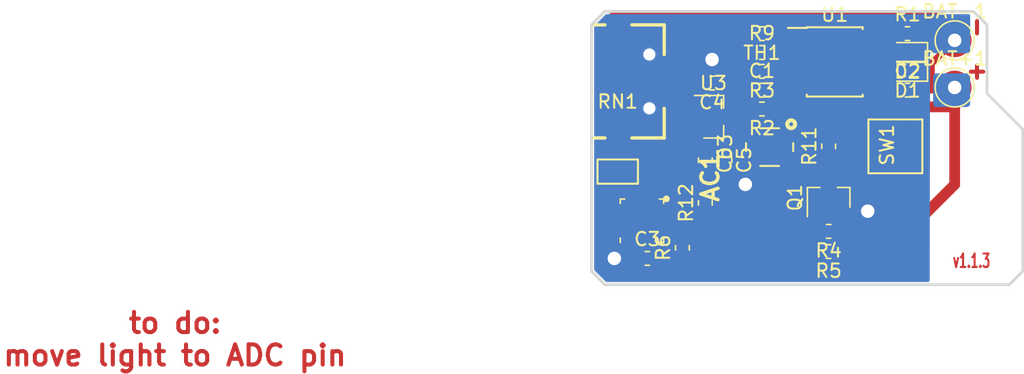
<source format=kicad_pcb>
(kicad_pcb (version 20171130) (host pcbnew "(5.1.2)-2")

  (general
    (thickness 1.6)
    (drawings 16)
    (tracks 255)
    (zones 0)
    (modules 29)
    (nets 24)
  )

  (page A4 portrait)
  (layers
    (0 F.Cu mixed)
    (31 B.Cu power)
    (32 B.Adhes user)
    (33 F.Adhes user)
    (34 B.Paste user)
    (35 F.Paste user)
    (36 B.SilkS user)
    (37 F.SilkS user hide)
    (38 B.Mask user)
    (39 F.Mask user)
    (40 Dwgs.User user)
    (41 Cmts.User user)
    (42 Eco1.User user)
    (43 Eco2.User user)
    (44 Edge.Cuts user)
    (45 Margin user)
    (46 B.CrtYd user)
    (47 F.CrtYd user)
    (48 B.Fab user)
    (49 F.Fab user hide)
  )

  (setup
    (last_trace_width 0.15)
    (user_trace_width 0.15)
    (user_trace_width 0.2)
    (user_trace_width 0.25)
    (user_trace_width 0.3)
    (user_trace_width 0.4)
    (user_trace_width 0.5)
    (user_trace_width 0.8)
    (user_trace_width 1)
    (trace_clearance 0.2)
    (zone_clearance 0.25)
    (zone_45_only yes)
    (trace_min 0.1)
    (via_size 1.6)
    (via_drill 1)
    (via_min_size 0.4)
    (via_min_drill 0.2)
    (user_via 0.45 0.2)
    (uvia_size 0.3)
    (uvia_drill 0.1)
    (uvias_allowed no)
    (uvia_min_size 0.2)
    (uvia_min_drill 0.1)
    (edge_width 0.2)
    (segment_width 0.2)
    (pcb_text_width 0.3)
    (pcb_text_size 1.5 1.5)
    (mod_edge_width 0.15)
    (mod_text_size 1 1)
    (mod_text_width 0.15)
    (pad_size 0.9 1.5)
    (pad_drill 0)
    (pad_to_mask_clearance 0)
    (solder_mask_min_width 0.25)
    (aux_axis_origin 0 0)
    (visible_elements 7FFFFF7F)
    (pcbplotparams
      (layerselection 0x00000_ffffffff)
      (usegerberextensions false)
      (usegerberattributes false)
      (usegerberadvancedattributes false)
      (creategerberjobfile false)
      (excludeedgelayer false)
      (linewidth 0.100000)
      (plotframeref false)
      (viasonmask false)
      (mode 1)
      (useauxorigin false)
      (hpglpennumber 1)
      (hpglpenspeed 20)
      (hpglpendiameter 15.000000)
      (psnegative false)
      (psa4output false)
      (plotreference false)
      (plotvalue false)
      (plotinvisibletext false)
      (padsonsilk true)
      (subtractmaskfromsilk false)
      (outputformat 3)
      (mirror false)
      (drillshape 0)
      (scaleselection 1)
      (outputdirectory ""))
  )

  (net 0 "")
  (net 1 /bat+)
  (net 2 GND)
  (net 3 "Net-(C1-Pad1)")
  (net 4 /ICPDA)
  (net 5 /ICPCLK)
  (net 6 /RST)
  (net 7 "Net-(Q1-Pad1)")
  (net 8 /LED_gate)
  (net 9 /LED_STDBY)
  (net 10 /LED_chrg)
  (net 11 /+5v)
  (net 12 /prog)
  (net 13 "Net-(R9-Pad2)")
  (net 14 /button)
  (net 15 /SCL)
  (net 16 +3V3)
  (net 17 /SDA)
  (net 18 /INT2)
  (net 19 /INT1)
  (net 20 "Net-(Q1-Pad3)")
  (net 21 "Net-(D1-Pad1)")
  (net 22 "Net-(D3-Pad2)")
  (net 23 "/light(analog)")

  (net_class Default "This is the default net class."
    (clearance 0.2)
    (trace_width 0.2)
    (via_dia 1.6)
    (via_drill 1)
    (uvia_dia 0.3)
    (uvia_drill 0.1)
    (add_net +3V3)
    (add_net /+5v)
    (add_net /INT1)
    (add_net /INT2)
    (add_net /LED_STDBY)
    (add_net /LED_chrg)
    (add_net /SCL)
    (add_net /SDA)
    (add_net /bat+)
    (add_net /button)
    (add_net "/light(analog)")
    (add_net /prog)
    (add_net GND)
    (add_net "Net-(C1-Pad1)")
    (add_net "Net-(D1-Pad1)")
    (add_net "Net-(D3-Pad2)")
    (add_net "Net-(Q1-Pad1)")
    (add_net "Net-(Q1-Pad3)")
    (add_net "Net-(R9-Pad2)")
  )

  (net_class MCU ""
    (clearance 0.2)
    (trace_width 0.15)
    (via_dia 1.6)
    (via_drill 1)
    (uvia_dia 0.3)
    (uvia_drill 0.1)
    (add_net /ICPCLK)
    (add_net /ICPDA)
    (add_net /LED_gate)
    (add_net /RST)
  )

  (module Resistor_SMD:R_0603_1608Metric (layer F.Cu) (tedit 5B301BBD) (tstamp 5D978875)
    (at 103.75 106.4175 90)
    (descr "Resistor SMD 0603 (1608 Metric), square (rectangular) end terminal, IPC_7351 nominal, (Body size source: http://www.tortai-tech.com/upload/download/2011102023233369053.pdf), generated with kicad-footprint-generator")
    (tags resistor)
    (path /5DA29CD1)
    (attr smd)
    (fp_text reference R11 (at 0 -1.43 90) (layer F.SilkS)
      (effects (font (size 1 1) (thickness 0.15)))
    )
    (fp_text value 33R (at 0 1.43 90) (layer F.Fab)
      (effects (font (size 1 1) (thickness 0.15)))
    )
    (fp_line (start -0.8 0.4) (end -0.8 -0.4) (layer F.Fab) (width 0.1))
    (fp_line (start -0.8 -0.4) (end 0.8 -0.4) (layer F.Fab) (width 0.1))
    (fp_line (start 0.8 -0.4) (end 0.8 0.4) (layer F.Fab) (width 0.1))
    (fp_line (start 0.8 0.4) (end -0.8 0.4) (layer F.Fab) (width 0.1))
    (fp_line (start -0.162779 -0.51) (end 0.162779 -0.51) (layer F.SilkS) (width 0.12))
    (fp_line (start -0.162779 0.51) (end 0.162779 0.51) (layer F.SilkS) (width 0.12))
    (fp_line (start -1.48 0.73) (end -1.48 -0.73) (layer F.CrtYd) (width 0.05))
    (fp_line (start -1.48 -0.73) (end 1.48 -0.73) (layer F.CrtYd) (width 0.05))
    (fp_line (start 1.48 -0.73) (end 1.48 0.73) (layer F.CrtYd) (width 0.05))
    (fp_line (start 1.48 0.73) (end -1.48 0.73) (layer F.CrtYd) (width 0.05))
    (fp_text user %R (at 0 0 90) (layer F.Fab)
      (effects (font (size 0.4 0.4) (thickness 0.06)))
    )
    (pad 1 smd roundrect (at -0.7875 0 90) (size 0.875 0.95) (layers F.Cu F.Paste F.Mask) (roundrect_rratio 0.25)
      (net 20 "Net-(Q1-Pad3)"))
    (pad 2 smd roundrect (at 0.7875 0 90) (size 0.875 0.95) (layers F.Cu F.Paste F.Mask) (roundrect_rratio 0.25)
      (net 22 "Net-(D3-Pad2)"))
    (model ${KISYS3DMOD}/Resistor_SMD.3dshapes/R_0603_1608Metric.wrl
      (at (xyz 0 0 0))
      (scale (xyz 1 1 1))
      (rotate (xyz 0 0 0))
    )
  )

  (module Package_TO_SOT_SMD:SOT-23 (layer F.Cu) (tedit 5A02FF57) (tstamp 5D978861)
    (at 95.2 104.225)
    (descr "SOT-23, Standard")
    (tags SOT-23)
    (path /5D946D09)
    (attr smd)
    (fp_text reference U3 (at 0 -2.5) (layer F.SilkS)
      (effects (font (size 1 1) (thickness 0.15)))
    )
    (fp_text value SC662K (at 0 2.5) (layer F.Fab)
      (effects (font (size 1 1) (thickness 0.15)))
    )
    (fp_line (start 0.76 1.58) (end -0.7 1.58) (layer F.SilkS) (width 0.12))
    (fp_line (start 0.76 -1.58) (end -1.4 -1.58) (layer F.SilkS) (width 0.12))
    (fp_line (start -1.7 1.75) (end -1.7 -1.75) (layer F.CrtYd) (width 0.05))
    (fp_line (start 1.7 1.75) (end -1.7 1.75) (layer F.CrtYd) (width 0.05))
    (fp_line (start 1.7 -1.75) (end 1.7 1.75) (layer F.CrtYd) (width 0.05))
    (fp_line (start -1.7 -1.75) (end 1.7 -1.75) (layer F.CrtYd) (width 0.05))
    (fp_line (start 0.76 -1.58) (end 0.76 -0.65) (layer F.SilkS) (width 0.12))
    (fp_line (start 0.76 1.58) (end 0.76 0.65) (layer F.SilkS) (width 0.12))
    (fp_line (start -0.7 1.52) (end 0.7 1.52) (layer F.Fab) (width 0.1))
    (fp_line (start 0.7 -1.52) (end 0.7 1.52) (layer F.Fab) (width 0.1))
    (fp_line (start -0.7 -0.95) (end -0.15 -1.52) (layer F.Fab) (width 0.1))
    (fp_line (start -0.15 -1.52) (end 0.7 -1.52) (layer F.Fab) (width 0.1))
    (fp_line (start -0.7 -0.95) (end -0.7 1.5) (layer F.Fab) (width 0.1))
    (fp_text user %R (at 0 0 90) (layer F.Fab)
      (effects (font (size 0.5 0.5) (thickness 0.075)))
    )
    (pad 3 smd rect (at 1 0) (size 0.9 0.8) (layers F.Cu F.Paste F.Mask)
      (net 1 /bat+))
    (pad 2 smd rect (at -1 0.95) (size 0.9 0.8) (layers F.Cu F.Paste F.Mask)
      (net 16 +3V3))
    (pad 1 smd rect (at -1 -0.95) (size 0.9 0.8) (layers F.Cu F.Paste F.Mask)
      (net 2 GND))
    (model ${KISYS3DMOD}/Package_TO_SOT_SMD.3dshapes/SOT-23.wrl
      (at (xyz 0 0 0))
      (scale (xyz 1 1 1))
      (rotate (xyz 0 0 0))
    )
  )

  (module Package_DFN_QFN:QFN-20-1EP_3x3mm_P0.40mm_EP1.65x1.65mm_nuvoton_ground_pad (layer F.Cu) (tedit 5D4DD8C7) (tstamp 5D978834)
    (at 89.9 111.95 90)
    (descr "QFN, 20 Pin (http://ww1.microchip.com/downloads/en/DeviceDoc/atmel-8235-8-bit-avr-microcontroller-attiny20_datasheet.pdf (Page 212)), generated with kicad-footprint-generator ipc_dfn_qfn_generator.py")
    (tags "QFN DFN_QFN")
    (path /5D4D19BF)
    (clearance 0.15)
    (attr smd)
    (fp_text reference U2 (at 0 -2.82 90) (layer F.SilkS) hide
      (effects (font (size 1 1) (thickness 0.15)))
    )
    (fp_text value N76E003AQ20 (at 0 2.82 90) (layer F.Fab)
      (effects (font (size 1 1) (thickness 0.15)))
    )
    (fp_line (start 1.285 -1.61) (end 1.61 -1.61) (layer F.SilkS) (width 0.12))
    (fp_line (start 1.61 -1.61) (end 1.61 -1.285) (layer F.SilkS) (width 0.12))
    (fp_line (start -1.285 1.61) (end -1.61 1.61) (layer F.SilkS) (width 0.12))
    (fp_line (start -1.61 1.61) (end -1.61 1.285) (layer F.SilkS) (width 0.12))
    (fp_line (start 1.285 1.61) (end 1.61 1.61) (layer F.SilkS) (width 0.12))
    (fp_line (start 1.61 1.61) (end 1.61 1.285) (layer F.SilkS) (width 0.12))
    (fp_line (start -1.285 -1.61) (end -1.61 -1.61) (layer F.SilkS) (width 0.12))
    (fp_line (start -0.75 -1.5) (end 1.5 -1.5) (layer F.Fab) (width 0.1))
    (fp_line (start 1.5 -1.5) (end 1.5 1.5) (layer F.Fab) (width 0.1))
    (fp_line (start 1.5 1.5) (end -1.5 1.5) (layer F.Fab) (width 0.1))
    (fp_line (start -1.5 1.5) (end -1.5 -0.75) (layer F.Fab) (width 0.1))
    (fp_line (start -1.5 -0.75) (end -0.75 -1.5) (layer F.Fab) (width 0.1))
    (fp_line (start -2.12 -2.12) (end -2.12 2.12) (layer F.CrtYd) (width 0.05))
    (fp_line (start -2.12 2.12) (end 2.12 2.12) (layer F.CrtYd) (width 0.05))
    (fp_line (start 2.12 2.12) (end 2.12 -2.12) (layer F.CrtYd) (width 0.05))
    (fp_line (start 2.12 -2.12) (end -2.12 -2.12) (layer F.CrtYd) (width 0.05))
    (fp_text user %R (at 0 0 90) (layer F.Fab)
      (effects (font (size 0.75 0.75) (thickness 0.11)))
    )
    (pad 21 smd roundrect (at 0 0 90) (size 1.6 1.6) (layers F.Cu F.Mask) (roundrect_rratio 0.156))
    (pad "" smd roundrect (at -0.4 -0.4 90) (size 0.69 0.69) (layers F.Paste) (roundrect_rratio 0.25))
    (pad "" smd roundrect (at -0.4 0.4 90) (size 0.69 0.69) (layers F.Paste) (roundrect_rratio 0.25))
    (pad "" smd roundrect (at 0.4 -0.4 90) (size 0.69 0.69) (layers F.Paste) (roundrect_rratio 0.25))
    (pad "" smd roundrect (at 0.4 0.4 90) (size 0.69 0.69) (layers F.Paste) (roundrect_rratio 0.25))
    (pad 1 smd custom (at -1.45 -0.8 90) (size 0.23 0.23) (layers F.Cu F.Paste F.Mask)
      (zone_connect 0)
      (options (clearance outline) (anchor circle))
      (primitives
        (gr_poly (pts
           (xy -0.425 -0.125) (xy 0.275 -0.125) (xy 0.425 0.025) (xy 0.425 0.125) (xy -0.425 0.125)
) (width 0))
      ))
    (pad 2 smd roundrect (at -1.45 -0.4 90) (size 0.85 0.25) (layers F.Cu F.Paste F.Mask) (roundrect_rratio 0.25))
    (pad 3 smd roundrect (at -1.45 0 90) (size 0.85 0.25) (layers F.Cu F.Paste F.Mask) (roundrect_rratio 0.25)
      (net 2 GND))
    (pad 4 smd roundrect (at -1.45 0.4 90) (size 0.85 0.25) (layers F.Cu F.Paste F.Mask) (roundrect_rratio 0.25)
      (net 4 /ICPDA))
    (pad 5 smd custom (at -1.45 0.8 90) (size 0.23 0.23) (layers F.Cu F.Paste F.Mask)
      (net 1 /bat+) (zone_connect 0)
      (options (clearance outline) (anchor circle))
      (primitives
        (gr_poly (pts
           (xy -0.425 -0.125) (xy 0.425 -0.125) (xy 0.425 -0.025) (xy 0.275 0.125) (xy -0.425 0.125)
) (width 0))
      ))
    (pad 6 smd custom (at -0.8 1.45 90) (size 0.23 0.23) (layers F.Cu F.Paste F.Mask)
      (net 14 /button) (zone_connect 0)
      (options (clearance outline) (anchor circle))
      (primitives
        (gr_poly (pts
           (xy -0.125 -0.275) (xy 0.025 -0.425) (xy 0.125 -0.425) (xy 0.125 0.425) (xy -0.125 0.425)
) (width 0))
      ))
    (pad 7 smd roundrect (at -0.4 1.45 90) (size 0.25 0.85) (layers F.Cu F.Paste F.Mask) (roundrect_rratio 0.25)
      (net 8 /LED_gate))
    (pad 8 smd roundrect (at 0 1.45 90) (size 0.25 0.85) (layers F.Cu F.Paste F.Mask) (roundrect_rratio 0.25)
      (net 23 "/light(analog)"))
    (pad 9 smd roundrect (at 0.4 1.45 90) (size 0.25 0.85) (layers F.Cu F.Paste F.Mask) (roundrect_rratio 0.25))
    (pad 10 smd custom (at 0.8 1.45 90) (size 0.23 0.23) (layers F.Cu F.Paste F.Mask)
      (net 17 /SDA) (zone_connect 0)
      (options (clearance outline) (anchor circle))
      (primitives
        (gr_poly (pts
           (xy -0.125 -0.425) (xy -0.025 -0.425) (xy 0.125 -0.275) (xy 0.125 0.425) (xy -0.125 0.425)
) (width 0))
      ))
    (pad 11 smd custom (at 1.45 0.8 90) (size 0.23 0.23) (layers F.Cu F.Paste F.Mask)
      (net 15 /SCL) (zone_connect 0)
      (options (clearance outline) (anchor circle))
      (primitives
        (gr_poly (pts
           (xy -0.425 -0.125) (xy 0.425 -0.125) (xy 0.425 0.125) (xy -0.275 0.125) (xy -0.425 -0.025)
) (width 0))
      ))
    (pad 12 smd roundrect (at 1.45 0.4 90) (size 0.85 0.25) (layers F.Cu F.Paste F.Mask) (roundrect_rratio 0.25)
      (net 19 /INT1))
    (pad 13 smd roundrect (at 1.45 0 90) (size 0.85 0.25) (layers F.Cu F.Paste F.Mask) (roundrect_rratio 0.25)
      (net 18 /INT2))
    (pad 14 smd roundrect (at 1.45 -0.4 90) (size 0.85 0.25) (layers F.Cu F.Paste F.Mask) (roundrect_rratio 0.25)
      (net 5 /ICPCLK))
    (pad 15 smd custom (at 1.45 -0.8 90) (size 0.23 0.23) (layers F.Cu F.Paste F.Mask)
      (zone_connect 0)
      (options (clearance outline) (anchor circle))
      (primitives
        (gr_poly (pts
           (xy -0.425 0.025) (xy -0.275 -0.125) (xy 0.425 -0.125) (xy 0.425 0.125) (xy -0.425 0.125)
) (width 0))
      ))
    (pad 16 smd custom (at 0.8 -1.45 90) (size 0.23 0.23) (layers F.Cu F.Paste F.Mask)
      (zone_connect 0)
      (options (clearance outline) (anchor circle))
      (primitives
        (gr_poly (pts
           (xy -0.125 -0.425) (xy 0.125 -0.425) (xy 0.125 0.275) (xy -0.025 0.425) (xy -0.125 0.425)
) (width 0))
      ))
    (pad 17 smd roundrect (at 0.4 -1.45 90) (size 0.25 0.85) (layers F.Cu F.Paste F.Mask) (roundrect_rratio 0.25))
    (pad 18 smd roundrect (at 0 -1.45 90) (size 0.25 0.85) (layers F.Cu F.Paste F.Mask) (roundrect_rratio 0.25)
      (net 6 /RST))
    (pad 19 smd roundrect (at -0.4 -1.45 90) (size 0.25 0.85) (layers F.Cu F.Paste F.Mask) (roundrect_rratio 0.25))
    (pad 20 smd custom (at -0.8 -1.45 90) (size 0.23 0.23) (layers F.Cu F.Paste F.Mask)
      (zone_connect 0)
      (options (clearance outline) (anchor circle))
      (primitives
        (gr_poly (pts
           (xy -0.125 -0.425) (xy 0.125 -0.425) (xy 0.125 0.425) (xy 0.025 0.425) (xy -0.125 0.275)
) (width 0))
      ))
    (model ${KISYS3DMOD}/Package_DFN_QFN.3dshapes/QFN-20-1EP_3x3mm_P0.45mm_EP1.6x1.6mm.wrl
      (at (xyz 0 0 0))
      (scale (xyz 1 1 1))
      (rotate (xyz 0 0 0))
    )
  )

  (module Resistor_SMD:R_0603_1608Metric (layer F.Cu) (tedit 5B301BBD) (tstamp 5D978824)
    (at 98.8 98.05 180)
    (descr "Resistor SMD 0603 (1608 Metric), square (rectangular) end terminal, IPC_7351 nominal, (Body size source: http://www.tortai-tech.com/upload/download/2011102023233369053.pdf), generated with kicad-footprint-generator")
    (tags resistor)
    (path /5D68CAEF)
    (attr smd)
    (fp_text reference TH1 (at 0 -1.43) (layer F.SilkS)
      (effects (font (size 1 1) (thickness 0.15)))
    )
    (fp_text value "Thermistor_NTC 47k B>=4100" (at 0 1.43) (layer F.Fab)
      (effects (font (size 1 1) (thickness 0.15)))
    )
    (fp_line (start -0.8 0.4) (end -0.8 -0.4) (layer F.Fab) (width 0.1))
    (fp_line (start -0.8 -0.4) (end 0.8 -0.4) (layer F.Fab) (width 0.1))
    (fp_line (start 0.8 -0.4) (end 0.8 0.4) (layer F.Fab) (width 0.1))
    (fp_line (start 0.8 0.4) (end -0.8 0.4) (layer F.Fab) (width 0.1))
    (fp_line (start -0.162779 -0.51) (end 0.162779 -0.51) (layer F.SilkS) (width 0.12))
    (fp_line (start -0.162779 0.51) (end 0.162779 0.51) (layer F.SilkS) (width 0.12))
    (fp_line (start -1.48 0.73) (end -1.48 -0.73) (layer F.CrtYd) (width 0.05))
    (fp_line (start -1.48 -0.73) (end 1.48 -0.73) (layer F.CrtYd) (width 0.05))
    (fp_line (start 1.48 -0.73) (end 1.48 0.73) (layer F.CrtYd) (width 0.05))
    (fp_line (start 1.48 0.73) (end -1.48 0.73) (layer F.CrtYd) (width 0.05))
    (fp_text user %R (at 0 0) (layer F.Fab)
      (effects (font (size 0.4 0.4) (thickness 0.06)))
    )
    (pad 1 smd roundrect (at -0.7875 0 180) (size 0.875 0.95) (layers F.Cu F.Paste F.Mask) (roundrect_rratio 0.25)
      (net 13 "Net-(R9-Pad2)"))
    (pad 2 smd roundrect (at 0.7875 0 180) (size 0.875 0.95) (layers F.Cu F.Paste F.Mask) (roundrect_rratio 0.25)
      (net 2 GND))
    (model ${KISYS3DMOD}/Resistor_SMD.3dshapes/R_0603_1608Metric.wrl
      (at (xyz 0 0 0))
      (scale (xyz 1 1 1))
      (rotate (xyz 0 0 0))
    )
  )

  (module Jumper:SolderJumper_3pin_small_P1.0mm (layer F.Cu) (tedit 5D935588) (tstamp 5D978813)
    (at 88.1 108.3 180)
    (path /5D58247C)
    (fp_text reference RN1 (at 0 5.2) (layer F.SilkS)
      (effects (font (size 1 1) (thickness 0.15)))
    )
    (fp_text value R_Pack03 (at 0 -5.5) (layer F.Fab)
      (effects (font (size 1 1) (thickness 0.15)))
    )
    (fp_line (start -1.5 0.9) (end -1.5 -0.9) (layer F.SilkS) (width 0.15))
    (fp_line (start 1.5 0.9) (end -1.5 0.9) (layer F.SilkS) (width 0.15))
    (fp_line (start 1.5 -0.9) (end 1.5 0.9) (layer F.SilkS) (width 0.15))
    (fp_line (start -1.5 -0.9) (end 1.5 -0.9) (layer F.SilkS) (width 0.15))
    (fp_line (start -1.5 0.9) (end -1.5 -0.9) (layer F.CrtYd) (width 0.12))
    (fp_line (start 1.5 0.9) (end -1.5 0.9) (layer F.CrtYd) (width 0.12))
    (fp_line (start 1.5 -0.9) (end 1.5 0.9) (layer F.CrtYd) (width 0.12))
    (fp_line (start -1.5 -0.9) (end 1.5 -0.9) (layer F.CrtYd) (width 0.12))
    (pad 4 smd rect (at 1 -0.35 180) (size 0.6 0.5) (layers F.Cu F.Mask)
      (net 4 /ICPDA))
    (pad 5 smd rect (at 0 -0.35 180) (size 0.6 0.5) (layers F.Cu F.Mask)
      (net 6 /RST))
    (pad 6 smd rect (at -1 -0.35 180) (size 0.6 0.5) (layers F.Cu F.Mask)
      (net 5 /ICPCLK))
    (pad 3 smd rect (at 1 0.35 180) (size 0.6 0.5) (layers F.Cu F.Mask)
      (net 4 /ICPDA))
    (pad 2 smd rect (at 0 0.35 180) (size 0.6 0.5) (layers F.Cu F.Mask)
      (net 6 /RST))
    (pad 1 smd rect (at -1 0.35 180) (size 0.6 0.5) (layers F.Cu F.Mask)
      (net 5 /ICPCLK))
  )

  (module Resistor_SMD:R_0603_1608Metric (layer F.Cu) (tedit 5B301BBD) (tstamp 5D9787F3)
    (at 98.8 99.45)
    (descr "Resistor SMD 0603 (1608 Metric), square (rectangular) end terminal, IPC_7351 nominal, (Body size source: http://www.tortai-tech.com/upload/download/2011102023233369053.pdf), generated with kicad-footprint-generator")
    (tags resistor)
    (path /5D684147)
    (attr smd)
    (fp_text reference R9 (at 0 -1.43) (layer F.SilkS)
      (effects (font (size 1 1) (thickness 0.15)))
    )
    (fp_text value 22k (at 0 1.43) (layer F.Fab)
      (effects (font (size 1 1) (thickness 0.15)))
    )
    (fp_text user %R (at 0 0) (layer F.Fab)
      (effects (font (size 0.4 0.4) (thickness 0.06)))
    )
    (fp_line (start 1.48 0.73) (end -1.48 0.73) (layer F.CrtYd) (width 0.05))
    (fp_line (start 1.48 -0.73) (end 1.48 0.73) (layer F.CrtYd) (width 0.05))
    (fp_line (start -1.48 -0.73) (end 1.48 -0.73) (layer F.CrtYd) (width 0.05))
    (fp_line (start -1.48 0.73) (end -1.48 -0.73) (layer F.CrtYd) (width 0.05))
    (fp_line (start -0.162779 0.51) (end 0.162779 0.51) (layer F.SilkS) (width 0.12))
    (fp_line (start -0.162779 -0.51) (end 0.162779 -0.51) (layer F.SilkS) (width 0.12))
    (fp_line (start 0.8 0.4) (end -0.8 0.4) (layer F.Fab) (width 0.1))
    (fp_line (start 0.8 -0.4) (end 0.8 0.4) (layer F.Fab) (width 0.1))
    (fp_line (start -0.8 -0.4) (end 0.8 -0.4) (layer F.Fab) (width 0.1))
    (fp_line (start -0.8 0.4) (end -0.8 -0.4) (layer F.Fab) (width 0.1))
    (pad 2 smd roundrect (at 0.7875 0) (size 0.875 0.95) (layers F.Cu F.Paste F.Mask) (roundrect_rratio 0.25)
      (net 13 "Net-(R9-Pad2)"))
    (pad 1 smd roundrect (at -0.7875 0) (size 0.875 0.95) (layers F.Cu F.Paste F.Mask) (roundrect_rratio 0.25)
      (net 11 /+5v))
    (model ${KISYS3DMOD}/Resistor_SMD.3dshapes/R_0603_1608Metric.wrl
      (at (xyz 0 0 0))
      (scale (xyz 1 1 1))
      (rotate (xyz 0 0 0))
    )
  )

  (module Resistor_SMD:R_0603_1608Metric (layer F.Cu) (tedit 5B301BBD) (tstamp 5D9787D3)
    (at 92.9 113.9625 90)
    (descr "Resistor SMD 0603 (1608 Metric), square (rectangular) end terminal, IPC_7351 nominal, (Body size source: http://www.tortai-tech.com/upload/download/2011102023233369053.pdf), generated with kicad-footprint-generator")
    (tags resistor)
    (path /5D930F76)
    (attr smd)
    (fp_text reference R6 (at 0 -1.43 90) (layer F.SilkS)
      (effects (font (size 1 1) (thickness 0.15)))
    )
    (fp_text value 1k (at 0 1.43 90) (layer F.Fab)
      (effects (font (size 1 1) (thickness 0.15)))
    )
    (fp_text user %R (at 0 -0.025 90) (layer F.Fab)
      (effects (font (size 0.4 0.4) (thickness 0.06)))
    )
    (fp_line (start 1.48 0.73) (end -1.48 0.73) (layer F.CrtYd) (width 0.05))
    (fp_line (start 1.48 -0.73) (end 1.48 0.73) (layer F.CrtYd) (width 0.05))
    (fp_line (start -1.48 -0.73) (end 1.48 -0.73) (layer F.CrtYd) (width 0.05))
    (fp_line (start -1.48 0.73) (end -1.48 -0.73) (layer F.CrtYd) (width 0.05))
    (fp_line (start -0.162779 0.51) (end 0.162779 0.51) (layer F.SilkS) (width 0.12))
    (fp_line (start -0.162779 -0.51) (end 0.162779 -0.51) (layer F.SilkS) (width 0.12))
    (fp_line (start 0.8 0.4) (end -0.8 0.4) (layer F.Fab) (width 0.1))
    (fp_line (start 0.8 -0.4) (end 0.8 0.4) (layer F.Fab) (width 0.1))
    (fp_line (start -0.8 -0.4) (end 0.8 -0.4) (layer F.Fab) (width 0.1))
    (fp_line (start -0.8 0.4) (end -0.8 -0.4) (layer F.Fab) (width 0.1))
    (pad 2 smd roundrect (at 0.7875 0 90) (size 0.875 0.95) (layers F.Cu F.Paste F.Mask) (roundrect_rratio 0.25)
      (net 14 /button))
    (pad 1 smd roundrect (at -0.7875 0 90) (size 0.875 0.95) (layers F.Cu F.Paste F.Mask) (roundrect_rratio 0.25)
      (net 1 /bat+))
    (model ${KISYS3DMOD}/Resistor_SMD.3dshapes/R_0603_1608Metric.wrl
      (at (xyz 0 0 0))
      (scale (xyz 1 1 1))
      (rotate (xyz 0 0 0))
    )
  )

  (module Resistor_SMD:R_0603_1608Metric (layer F.Cu) (tedit 5B301BBD) (tstamp 5D9787C3)
    (at 103.75 114.24 180)
    (descr "Resistor SMD 0603 (1608 Metric), square (rectangular) end terminal, IPC_7351 nominal, (Body size source: http://www.tortai-tech.com/upload/download/2011102023233369053.pdf), generated with kicad-footprint-generator")
    (tags resistor)
    (path /5DA0ECEB)
    (attr smd)
    (fp_text reference R5 (at 0 -1.43) (layer F.SilkS)
      (effects (font (size 1 1) (thickness 0.15)))
    )
    (fp_text value 1k (at 0 1.43) (layer F.Fab)
      (effects (font (size 1 1) (thickness 0.15)))
    )
    (fp_line (start -0.8 0.4) (end -0.8 -0.4) (layer F.Fab) (width 0.1))
    (fp_line (start -0.8 -0.4) (end 0.8 -0.4) (layer F.Fab) (width 0.1))
    (fp_line (start 0.8 -0.4) (end 0.8 0.4) (layer F.Fab) (width 0.1))
    (fp_line (start 0.8 0.4) (end -0.8 0.4) (layer F.Fab) (width 0.1))
    (fp_line (start -0.162779 -0.51) (end 0.162779 -0.51) (layer F.SilkS) (width 0.12))
    (fp_line (start -0.162779 0.51) (end 0.162779 0.51) (layer F.SilkS) (width 0.12))
    (fp_line (start -1.48 0.73) (end -1.48 -0.73) (layer F.CrtYd) (width 0.05))
    (fp_line (start -1.48 -0.73) (end 1.48 -0.73) (layer F.CrtYd) (width 0.05))
    (fp_line (start 1.48 -0.73) (end 1.48 0.73) (layer F.CrtYd) (width 0.05))
    (fp_line (start 1.48 0.73) (end -1.48 0.73) (layer F.CrtYd) (width 0.05))
    (fp_text user %R (at 0 0) (layer F.Fab)
      (effects (font (size 0.4 0.4) (thickness 0.06)))
    )
    (pad 1 smd roundrect (at -0.7875 0 180) (size 0.875 0.95) (layers F.Cu F.Paste F.Mask) (roundrect_rratio 0.25)
      (net 7 "Net-(Q1-Pad1)"))
    (pad 2 smd roundrect (at 0.7875 0 180) (size 0.875 0.95) (layers F.Cu F.Paste F.Mask) (roundrect_rratio 0.25)
      (net 8 /LED_gate))
    (model ${KISYS3DMOD}/Resistor_SMD.3dshapes/R_0603_1608Metric.wrl
      (at (xyz 0 0 0))
      (scale (xyz 1 1 1))
      (rotate (xyz 0 0 0))
    )
  )

  (module Resistor_SMD:R_0603_1608Metric (layer F.Cu) (tedit 5B301BBD) (tstamp 5D9787B3)
    (at 103.75 112.74 180)
    (descr "Resistor SMD 0603 (1608 Metric), square (rectangular) end terminal, IPC_7351 nominal, (Body size source: http://www.tortai-tech.com/upload/download/2011102023233369053.pdf), generated with kicad-footprint-generator")
    (tags resistor)
    (path /5DA0ECF2)
    (attr smd)
    (fp_text reference R4 (at 0 -1.43) (layer F.SilkS)
      (effects (font (size 1 1) (thickness 0.15)))
    )
    (fp_text value 100k (at 0 1.43) (layer F.Fab)
      (effects (font (size 1 1) (thickness 0.15)))
    )
    (fp_text user %R (at 0 0) (layer F.Fab)
      (effects (font (size 0.4 0.4) (thickness 0.06)))
    )
    (fp_line (start 1.48 0.73) (end -1.48 0.73) (layer F.CrtYd) (width 0.05))
    (fp_line (start 1.48 -0.73) (end 1.48 0.73) (layer F.CrtYd) (width 0.05))
    (fp_line (start -1.48 -0.73) (end 1.48 -0.73) (layer F.CrtYd) (width 0.05))
    (fp_line (start -1.48 0.73) (end -1.48 -0.73) (layer F.CrtYd) (width 0.05))
    (fp_line (start -0.162779 0.51) (end 0.162779 0.51) (layer F.SilkS) (width 0.12))
    (fp_line (start -0.162779 -0.51) (end 0.162779 -0.51) (layer F.SilkS) (width 0.12))
    (fp_line (start 0.8 0.4) (end -0.8 0.4) (layer F.Fab) (width 0.1))
    (fp_line (start 0.8 -0.4) (end 0.8 0.4) (layer F.Fab) (width 0.1))
    (fp_line (start -0.8 -0.4) (end 0.8 -0.4) (layer F.Fab) (width 0.1))
    (fp_line (start -0.8 0.4) (end -0.8 -0.4) (layer F.Fab) (width 0.1))
    (pad 2 smd roundrect (at 0.7875 0 180) (size 0.875 0.95) (layers F.Cu F.Paste F.Mask) (roundrect_rratio 0.25)
      (net 7 "Net-(Q1-Pad1)"))
    (pad 1 smd roundrect (at -0.7875 0 180) (size 0.875 0.95) (layers F.Cu F.Paste F.Mask) (roundrect_rratio 0.25)
      (net 2 GND))
    (model ${KISYS3DMOD}/Resistor_SMD.3dshapes/R_0603_1608Metric.wrl
      (at (xyz 0 0 0))
      (scale (xyz 1 1 1))
      (rotate (xyz 0 0 0))
    )
  )

  (module Resistor_SMD:R_0603_1608Metric (layer F.Cu) (tedit 5B301BBD) (tstamp 5D9787A3)
    (at 98.8 100.85 180)
    (descr "Resistor SMD 0603 (1608 Metric), square (rectangular) end terminal, IPC_7351 nominal, (Body size source: http://www.tortai-tech.com/upload/download/2011102023233369053.pdf), generated with kicad-footprint-generator")
    (tags resistor)
    (path /5D4C3909)
    (attr smd)
    (fp_text reference R3 (at 0 -1.43) (layer F.SilkS)
      (effects (font (size 1 1) (thickness 0.15)))
    )
    (fp_text value 10k (at 0 1.43) (layer F.Fab)
      (effects (font (size 1 1) (thickness 0.15)))
    )
    (fp_text user %R (at 0 0) (layer F.Fab)
      (effects (font (size 0.4 0.4) (thickness 0.06)))
    )
    (fp_line (start 1.48 0.73) (end -1.48 0.73) (layer F.CrtYd) (width 0.05))
    (fp_line (start 1.48 -0.73) (end 1.48 0.73) (layer F.CrtYd) (width 0.05))
    (fp_line (start -1.48 -0.73) (end 1.48 -0.73) (layer F.CrtYd) (width 0.05))
    (fp_line (start -1.48 0.73) (end -1.48 -0.73) (layer F.CrtYd) (width 0.05))
    (fp_line (start -0.162779 0.51) (end 0.162779 0.51) (layer F.SilkS) (width 0.12))
    (fp_line (start -0.162779 -0.51) (end 0.162779 -0.51) (layer F.SilkS) (width 0.12))
    (fp_line (start 0.8 0.4) (end -0.8 0.4) (layer F.Fab) (width 0.1))
    (fp_line (start 0.8 -0.4) (end 0.8 0.4) (layer F.Fab) (width 0.1))
    (fp_line (start -0.8 -0.4) (end 0.8 -0.4) (layer F.Fab) (width 0.1))
    (fp_line (start -0.8 0.4) (end -0.8 -0.4) (layer F.Fab) (width 0.1))
    (pad 2 smd roundrect (at 0.7875 0 180) (size 0.875 0.95) (layers F.Cu F.Paste F.Mask) (roundrect_rratio 0.25)
      (net 2 GND))
    (pad 1 smd roundrect (at -0.7875 0 180) (size 0.875 0.95) (layers F.Cu F.Paste F.Mask) (roundrect_rratio 0.25)
      (net 12 /prog))
    (model ${KISYS3DMOD}/Resistor_SMD.3dshapes/R_0603_1608Metric.wrl
      (at (xyz 0 0 0))
      (scale (xyz 1 1 1))
      (rotate (xyz 0 0 0))
    )
  )

  (module Resistor_SMD:R_0603_1608Metric (layer F.Cu) (tedit 5B301BBD) (tstamp 5D978793)
    (at 98.8 103.65 180)
    (descr "Resistor SMD 0603 (1608 Metric), square (rectangular) end terminal, IPC_7351 nominal, (Body size source: http://www.tortai-tech.com/upload/download/2011102023233369053.pdf), generated with kicad-footprint-generator")
    (tags resistor)
    (path /5D4CA401)
    (attr smd)
    (fp_text reference R2 (at 0 -1.43) (layer F.SilkS)
      (effects (font (size 1 1) (thickness 0.15)))
    )
    (fp_text value 1R (at 0 1.43) (layer F.Fab)
      (effects (font (size 1 1) (thickness 0.15)))
    )
    (fp_text user %R (at 0 0) (layer F.Fab)
      (effects (font (size 0.4 0.4) (thickness 0.06)))
    )
    (fp_line (start 1.48 0.73) (end -1.48 0.73) (layer F.CrtYd) (width 0.05))
    (fp_line (start 1.48 -0.73) (end 1.48 0.73) (layer F.CrtYd) (width 0.05))
    (fp_line (start -1.48 -0.73) (end 1.48 -0.73) (layer F.CrtYd) (width 0.05))
    (fp_line (start -1.48 0.73) (end -1.48 -0.73) (layer F.CrtYd) (width 0.05))
    (fp_line (start -0.162779 0.51) (end 0.162779 0.51) (layer F.SilkS) (width 0.12))
    (fp_line (start -0.162779 -0.51) (end 0.162779 -0.51) (layer F.SilkS) (width 0.12))
    (fp_line (start 0.8 0.4) (end -0.8 0.4) (layer F.Fab) (width 0.1))
    (fp_line (start 0.8 -0.4) (end 0.8 0.4) (layer F.Fab) (width 0.1))
    (fp_line (start -0.8 -0.4) (end 0.8 -0.4) (layer F.Fab) (width 0.1))
    (fp_line (start -0.8 0.4) (end -0.8 -0.4) (layer F.Fab) (width 0.1))
    (pad 2 smd roundrect (at 0.7875 0 180) (size 0.875 0.95) (layers F.Cu F.Paste F.Mask) (roundrect_rratio 0.25)
      (net 3 "Net-(C1-Pad1)"))
    (pad 1 smd roundrect (at -0.7875 0 180) (size 0.875 0.95) (layers F.Cu F.Paste F.Mask) (roundrect_rratio 0.25)
      (net 11 /+5v))
    (model ${KISYS3DMOD}/Resistor_SMD.3dshapes/R_0603_1608Metric.wrl
      (at (xyz 0 0 0))
      (scale (xyz 1 1 1))
      (rotate (xyz 0 0 0))
    )
  )

  (module Resistor_SMD:R_0603_1608Metric (layer F.Cu) (tedit 5B301BBD) (tstamp 5D978783)
    (at 109.6 98.05)
    (descr "Resistor SMD 0603 (1608 Metric), square (rectangular) end terminal, IPC_7351 nominal, (Body size source: http://www.tortai-tech.com/upload/download/2011102023233369053.pdf), generated with kicad-footprint-generator")
    (tags resistor)
    (path /5D4CAC4F)
    (attr smd)
    (fp_text reference R1 (at 0 -1.43) (layer F.SilkS)
      (effects (font (size 1 1) (thickness 0.15)))
    )
    (fp_text value 1k (at 0 1.43) (layer F.Fab)
      (effects (font (size 1 1) (thickness 0.15)))
    )
    (fp_line (start -0.8 0.4) (end -0.8 -0.4) (layer F.Fab) (width 0.1))
    (fp_line (start -0.8 -0.4) (end 0.8 -0.4) (layer F.Fab) (width 0.1))
    (fp_line (start 0.8 -0.4) (end 0.8 0.4) (layer F.Fab) (width 0.1))
    (fp_line (start 0.8 0.4) (end -0.8 0.4) (layer F.Fab) (width 0.1))
    (fp_line (start -0.162779 -0.51) (end 0.162779 -0.51) (layer F.SilkS) (width 0.12))
    (fp_line (start -0.162779 0.51) (end 0.162779 0.51) (layer F.SilkS) (width 0.12))
    (fp_line (start -1.48 0.73) (end -1.48 -0.73) (layer F.CrtYd) (width 0.05))
    (fp_line (start -1.48 -0.73) (end 1.48 -0.73) (layer F.CrtYd) (width 0.05))
    (fp_line (start 1.48 -0.73) (end 1.48 0.73) (layer F.CrtYd) (width 0.05))
    (fp_line (start 1.48 0.73) (end -1.48 0.73) (layer F.CrtYd) (width 0.05))
    (fp_text user %R (at 0 0) (layer F.Fab)
      (effects (font (size 0.4 0.4) (thickness 0.06)))
    )
    (pad 1 smd roundrect (at -0.7875 0) (size 0.875 0.95) (layers F.Cu F.Paste F.Mask) (roundrect_rratio 0.25)
      (net 11 /+5v))
    (pad 2 smd roundrect (at 0.7875 0) (size 0.875 0.95) (layers F.Cu F.Paste F.Mask) (roundrect_rratio 0.25)
      (net 21 "Net-(D1-Pad1)"))
    (model ${KISYS3DMOD}/Resistor_SMD.3dshapes/R_0603_1608Metric.wrl
      (at (xyz 0 0 0))
      (scale (xyz 1 1 1))
      (rotate (xyz 0 0 0))
    )
  )

  (module Package_TO_SOT_SMD:SOT-23 (layer F.Cu) (tedit 5A02FF57) (tstamp 5D97875B)
    (at 103.75 110.24 90)
    (descr "SOT-23, Standard")
    (tags SOT-23)
    (path /5DA0ECF8)
    (attr smd)
    (fp_text reference Q1 (at 0 -2.5 90) (layer F.SilkS)
      (effects (font (size 1 1) (thickness 0.15)))
    )
    (fp_text value si2302 (at 0 2.5 90) (layer F.Fab)
      (effects (font (size 1 1) (thickness 0.15)))
    )
    (fp_text user %R (at 0 0) (layer F.Fab)
      (effects (font (size 0.5 0.5) (thickness 0.075)))
    )
    (fp_line (start -0.7 -0.95) (end -0.7 1.5) (layer F.Fab) (width 0.1))
    (fp_line (start -0.15 -1.52) (end 0.7 -1.52) (layer F.Fab) (width 0.1))
    (fp_line (start -0.7 -0.95) (end -0.15 -1.52) (layer F.Fab) (width 0.1))
    (fp_line (start 0.7 -1.52) (end 0.7 1.52) (layer F.Fab) (width 0.1))
    (fp_line (start -0.7 1.52) (end 0.7 1.52) (layer F.Fab) (width 0.1))
    (fp_line (start 0.76 1.58) (end 0.76 0.65) (layer F.SilkS) (width 0.12))
    (fp_line (start 0.76 -1.58) (end 0.76 -0.65) (layer F.SilkS) (width 0.12))
    (fp_line (start -1.7 -1.75) (end 1.7 -1.75) (layer F.CrtYd) (width 0.05))
    (fp_line (start 1.7 -1.75) (end 1.7 1.75) (layer F.CrtYd) (width 0.05))
    (fp_line (start 1.7 1.75) (end -1.7 1.75) (layer F.CrtYd) (width 0.05))
    (fp_line (start -1.7 1.75) (end -1.7 -1.75) (layer F.CrtYd) (width 0.05))
    (fp_line (start 0.76 -1.58) (end -1.4 -1.58) (layer F.SilkS) (width 0.12))
    (fp_line (start 0.76 1.58) (end -0.7 1.58) (layer F.SilkS) (width 0.12))
    (pad 1 smd rect (at -1 -0.95 90) (size 0.9 0.8) (layers F.Cu F.Paste F.Mask)
      (net 7 "Net-(Q1-Pad1)"))
    (pad 2 smd rect (at -1 0.95 90) (size 0.9 0.8) (layers F.Cu F.Paste F.Mask)
      (net 2 GND))
    (pad 3 smd rect (at 1 0 90) (size 0.9 0.8) (layers F.Cu F.Paste F.Mask)
      (net 20 "Net-(Q1-Pad3)"))
    (model ${KISYS3DMOD}/Package_TO_SOT_SMD.3dshapes/SOT-23.wrl
      (at (xyz 0 0 0))
      (scale (xyz 1 1 1))
      (rotate (xyz 0 0 0))
    )
  )

  (module LED_SMD:LED_0603_1608Metric (layer F.Cu) (tedit 5B301BBE) (tstamp 5D978732)
    (at 109.6 99.45 180)
    (descr "LED SMD 0603 (1608 Metric), square (rectangular) end terminal, IPC_7351 nominal, (Body size source: http://www.tortai-tech.com/upload/download/2011102023233369053.pdf), generated with kicad-footprint-generator")
    (tags diode)
    (path /5D4C524F)
    (attr smd)
    (fp_text reference D2 (at 0 -1.43) (layer F.SilkS)
      (effects (font (size 1 1) (thickness 0.15)))
    )
    (fp_text value red (at 0 1.43) (layer F.Fab)
      (effects (font (size 1 1) (thickness 0.15)))
    )
    (fp_line (start 0.8 -0.4) (end -0.5 -0.4) (layer F.Fab) (width 0.1))
    (fp_line (start -0.5 -0.4) (end -0.8 -0.1) (layer F.Fab) (width 0.1))
    (fp_line (start -0.8 -0.1) (end -0.8 0.4) (layer F.Fab) (width 0.1))
    (fp_line (start -0.8 0.4) (end 0.8 0.4) (layer F.Fab) (width 0.1))
    (fp_line (start 0.8 0.4) (end 0.8 -0.4) (layer F.Fab) (width 0.1))
    (fp_line (start 0.8 -0.735) (end -1.485 -0.735) (layer F.SilkS) (width 0.12))
    (fp_line (start -1.485 -0.735) (end -1.485 0.735) (layer F.SilkS) (width 0.12))
    (fp_line (start -1.485 0.735) (end 0.8 0.735) (layer F.SilkS) (width 0.12))
    (fp_line (start -1.48 0.73) (end -1.48 -0.73) (layer F.CrtYd) (width 0.05))
    (fp_line (start -1.48 -0.73) (end 1.48 -0.73) (layer F.CrtYd) (width 0.05))
    (fp_line (start 1.48 -0.73) (end 1.48 0.73) (layer F.CrtYd) (width 0.05))
    (fp_line (start 1.48 0.73) (end -1.48 0.73) (layer F.CrtYd) (width 0.05))
    (fp_text user %R (at 0 0) (layer F.Fab)
      (effects (font (size 0.4 0.4) (thickness 0.06)))
    )
    (pad 1 smd roundrect (at -0.7875 0 180) (size 0.875 0.95) (layers F.Cu F.Paste F.Mask) (roundrect_rratio 0.25)
      (net 21 "Net-(D1-Pad1)"))
    (pad 2 smd roundrect (at 0.7875 0 180) (size 0.875 0.95) (layers F.Cu F.Paste F.Mask) (roundrect_rratio 0.25)
      (net 10 /LED_chrg))
    (model ${KISYS3DMOD}/LED_SMD.3dshapes/LED_0603_1608Metric.wrl
      (at (xyz 0 0 0))
      (scale (xyz 1 1 1))
      (rotate (xyz 0 0 0))
    )
  )

  (module LED_SMD:LED_0603_1608Metric (layer F.Cu) (tedit 5B301BBE) (tstamp 5D978720)
    (at 109.6 100.85 180)
    (descr "LED SMD 0603 (1608 Metric), square (rectangular) end terminal, IPC_7351 nominal, (Body size source: http://www.tortai-tech.com/upload/download/2011102023233369053.pdf), generated with kicad-footprint-generator")
    (tags diode)
    (path /5D4C52CC)
    (attr smd)
    (fp_text reference D1 (at 0 -1.43) (layer F.SilkS)
      (effects (font (size 1 1) (thickness 0.15)))
    )
    (fp_text value green (at 0 1.43) (layer F.Fab)
      (effects (font (size 1 1) (thickness 0.15)))
    )
    (fp_text user %R (at 0 0) (layer F.Fab)
      (effects (font (size 0.4 0.4) (thickness 0.06)))
    )
    (fp_line (start 1.48 0.73) (end -1.48 0.73) (layer F.CrtYd) (width 0.05))
    (fp_line (start 1.48 -0.73) (end 1.48 0.73) (layer F.CrtYd) (width 0.05))
    (fp_line (start -1.48 -0.73) (end 1.48 -0.73) (layer F.CrtYd) (width 0.05))
    (fp_line (start -1.48 0.73) (end -1.48 -0.73) (layer F.CrtYd) (width 0.05))
    (fp_line (start -1.485 0.735) (end 0.8 0.735) (layer F.SilkS) (width 0.12))
    (fp_line (start -1.485 -0.735) (end -1.485 0.735) (layer F.SilkS) (width 0.12))
    (fp_line (start 0.8 -0.735) (end -1.485 -0.735) (layer F.SilkS) (width 0.12))
    (fp_line (start 0.8 0.4) (end 0.8 -0.4) (layer F.Fab) (width 0.1))
    (fp_line (start -0.8 0.4) (end 0.8 0.4) (layer F.Fab) (width 0.1))
    (fp_line (start -0.8 -0.1) (end -0.8 0.4) (layer F.Fab) (width 0.1))
    (fp_line (start -0.5 -0.4) (end -0.8 -0.1) (layer F.Fab) (width 0.1))
    (fp_line (start 0.8 -0.4) (end -0.5 -0.4) (layer F.Fab) (width 0.1))
    (pad 2 smd roundrect (at 0.7875 0 180) (size 0.875 0.95) (layers F.Cu F.Paste F.Mask) (roundrect_rratio 0.25)
      (net 9 /LED_STDBY))
    (pad 1 smd roundrect (at -0.7875 0 180) (size 0.875 0.95) (layers F.Cu F.Paste F.Mask) (roundrect_rratio 0.25)
      (net 21 "Net-(D1-Pad1)"))
    (model ${KISYS3DMOD}/LED_SMD.3dshapes/LED_0603_1608Metric.wrl
      (at (xyz 0 0 0))
      (scale (xyz 1 1 1))
      (rotate (xyz 0 0 0))
    )
  )

  (module Capacitor_SMD:C_0603_1608Metric (layer F.Cu) (tedit 5B301BBE) (tstamp 5D978710)
    (at 94.6 107.45 270)
    (descr "Capacitor SMD 0603 (1608 Metric), square (rectangular) end terminal, IPC_7351 nominal, (Body size source: http://www.tortai-tech.com/upload/download/2011102023233369053.pdf), generated with kicad-footprint-generator")
    (tags capacitor)
    (path /5D9BE157)
    (attr smd)
    (fp_text reference C6 (at 0 -1.43 90) (layer F.SilkS)
      (effects (font (size 1 1) (thickness 0.15)))
    )
    (fp_text value 100n (at 0 1.43 90) (layer F.Fab)
      (effects (font (size 1 1) (thickness 0.15)))
    )
    (fp_text user %R (at 0 0 90) (layer F.Fab)
      (effects (font (size 0.4 0.4) (thickness 0.06)))
    )
    (fp_line (start 1.48 0.73) (end -1.48 0.73) (layer F.CrtYd) (width 0.05))
    (fp_line (start 1.48 -0.73) (end 1.48 0.73) (layer F.CrtYd) (width 0.05))
    (fp_line (start -1.48 -0.73) (end 1.48 -0.73) (layer F.CrtYd) (width 0.05))
    (fp_line (start -1.48 0.73) (end -1.48 -0.73) (layer F.CrtYd) (width 0.05))
    (fp_line (start -0.162779 0.51) (end 0.162779 0.51) (layer F.SilkS) (width 0.12))
    (fp_line (start -0.162779 -0.51) (end 0.162779 -0.51) (layer F.SilkS) (width 0.12))
    (fp_line (start 0.8 0.4) (end -0.8 0.4) (layer F.Fab) (width 0.1))
    (fp_line (start 0.8 -0.4) (end 0.8 0.4) (layer F.Fab) (width 0.1))
    (fp_line (start -0.8 -0.4) (end 0.8 -0.4) (layer F.Fab) (width 0.1))
    (fp_line (start -0.8 0.4) (end -0.8 -0.4) (layer F.Fab) (width 0.1))
    (pad 2 smd roundrect (at 0.7875 0 270) (size 0.875 0.95) (layers F.Cu F.Paste F.Mask) (roundrect_rratio 0.25)
      (net 2 GND))
    (pad 1 smd roundrect (at -0.7875 0 270) (size 0.875 0.95) (layers F.Cu F.Paste F.Mask) (roundrect_rratio 0.25)
      (net 16 +3V3))
    (model ${KISYS3DMOD}/Capacitor_SMD.3dshapes/C_0603_1608Metric.wrl
      (at (xyz 0 0 0))
      (scale (xyz 1 1 1))
      (rotate (xyz 0 0 0))
    )
  )

  (module Capacitor_SMD:C_0603_1608Metric (layer F.Cu) (tedit 5B301BBE) (tstamp 5D978700)
    (at 96.05 107.45 270)
    (descr "Capacitor SMD 0603 (1608 Metric), square (rectangular) end terminal, IPC_7351 nominal, (Body size source: http://www.tortai-tech.com/upload/download/2011102023233369053.pdf), generated with kicad-footprint-generator")
    (tags capacitor)
    (path /5D947EA0)
    (attr smd)
    (fp_text reference C5 (at 0 -1.43 90) (layer F.SilkS)
      (effects (font (size 1 1) (thickness 0.15)))
    )
    (fp_text value 10u (at 0 1.43 90) (layer F.Fab)
      (effects (font (size 1 1) (thickness 0.15)))
    )
    (fp_line (start -0.8 0.4) (end -0.8 -0.4) (layer F.Fab) (width 0.1))
    (fp_line (start -0.8 -0.4) (end 0.8 -0.4) (layer F.Fab) (width 0.1))
    (fp_line (start 0.8 -0.4) (end 0.8 0.4) (layer F.Fab) (width 0.1))
    (fp_line (start 0.8 0.4) (end -0.8 0.4) (layer F.Fab) (width 0.1))
    (fp_line (start -0.162779 -0.51) (end 0.162779 -0.51) (layer F.SilkS) (width 0.12))
    (fp_line (start -0.162779 0.51) (end 0.162779 0.51) (layer F.SilkS) (width 0.12))
    (fp_line (start -1.48 0.73) (end -1.48 -0.73) (layer F.CrtYd) (width 0.05))
    (fp_line (start -1.48 -0.73) (end 1.48 -0.73) (layer F.CrtYd) (width 0.05))
    (fp_line (start 1.48 -0.73) (end 1.48 0.73) (layer F.CrtYd) (width 0.05))
    (fp_line (start 1.48 0.73) (end -1.48 0.73) (layer F.CrtYd) (width 0.05))
    (fp_text user %R (at 0 0 90) (layer F.Fab)
      (effects (font (size 0.4 0.4) (thickness 0.06)))
    )
    (pad 1 smd roundrect (at -0.7875 0 270) (size 0.875 0.95) (layers F.Cu F.Paste F.Mask) (roundrect_rratio 0.25)
      (net 16 +3V3))
    (pad 2 smd roundrect (at 0.7875 0 270) (size 0.875 0.95) (layers F.Cu F.Paste F.Mask) (roundrect_rratio 0.25)
      (net 2 GND))
    (model ${KISYS3DMOD}/Capacitor_SMD.3dshapes/C_0603_1608Metric.wrl
      (at (xyz 0 0 0))
      (scale (xyz 1 1 1))
      (rotate (xyz 0 0 0))
    )
  )

  (module Capacitor_SMD:C_0603_1608Metric (layer F.Cu) (tedit 5B301BBE) (tstamp 5D9786F0)
    (at 95.1125 101.725 180)
    (descr "Capacitor SMD 0603 (1608 Metric), square (rectangular) end terminal, IPC_7351 nominal, (Body size source: http://www.tortai-tech.com/upload/download/2011102023233369053.pdf), generated with kicad-footprint-generator")
    (tags capacitor)
    (path /5D9479C7)
    (attr smd)
    (fp_text reference C4 (at 0 -1.43) (layer F.SilkS)
      (effects (font (size 1 1) (thickness 0.15)))
    )
    (fp_text value 10u (at 0 1.43) (layer F.Fab)
      (effects (font (size 1 1) (thickness 0.15)))
    )
    (fp_text user %R (at 0 0) (layer F.Fab)
      (effects (font (size 0.4 0.4) (thickness 0.06)))
    )
    (fp_line (start 1.48 0.73) (end -1.48 0.73) (layer F.CrtYd) (width 0.05))
    (fp_line (start 1.48 -0.73) (end 1.48 0.73) (layer F.CrtYd) (width 0.05))
    (fp_line (start -1.48 -0.73) (end 1.48 -0.73) (layer F.CrtYd) (width 0.05))
    (fp_line (start -1.48 0.73) (end -1.48 -0.73) (layer F.CrtYd) (width 0.05))
    (fp_line (start -0.162779 0.51) (end 0.162779 0.51) (layer F.SilkS) (width 0.12))
    (fp_line (start -0.162779 -0.51) (end 0.162779 -0.51) (layer F.SilkS) (width 0.12))
    (fp_line (start 0.8 0.4) (end -0.8 0.4) (layer F.Fab) (width 0.1))
    (fp_line (start 0.8 -0.4) (end 0.8 0.4) (layer F.Fab) (width 0.1))
    (fp_line (start -0.8 -0.4) (end 0.8 -0.4) (layer F.Fab) (width 0.1))
    (fp_line (start -0.8 0.4) (end -0.8 -0.4) (layer F.Fab) (width 0.1))
    (pad 2 smd roundrect (at 0.7875 0 180) (size 0.875 0.95) (layers F.Cu F.Paste F.Mask) (roundrect_rratio 0.25)
      (net 2 GND))
    (pad 1 smd roundrect (at -0.7875 0 180) (size 0.875 0.95) (layers F.Cu F.Paste F.Mask) (roundrect_rratio 0.25)
      (net 1 /bat+))
    (model ${KISYS3DMOD}/Capacitor_SMD.3dshapes/C_0603_1608Metric.wrl
      (at (xyz 0 0 0))
      (scale (xyz 1 1 1))
      (rotate (xyz 0 0 0))
    )
  )

  (module Capacitor_SMD:C_0603_1608Metric (layer F.Cu) (tedit 5B301BBE) (tstamp 5D9786E0)
    (at 90.3 114.75)
    (descr "Capacitor SMD 0603 (1608 Metric), square (rectangular) end terminal, IPC_7351 nominal, (Body size source: http://www.tortai-tech.com/upload/download/2011102023233369053.pdf), generated with kicad-footprint-generator")
    (tags capacitor)
    (path /5D4D5548)
    (attr smd)
    (fp_text reference C3 (at 0 -1.43) (layer F.SilkS)
      (effects (font (size 1 1) (thickness 0.15)))
    )
    (fp_text value 100n (at 0 1.43) (layer F.Fab)
      (effects (font (size 1 1) (thickness 0.15)))
    )
    (fp_text user %R (at 0 0) (layer F.Fab)
      (effects (font (size 0.4 0.4) (thickness 0.06)))
    )
    (fp_line (start 1.48 0.73) (end -1.48 0.73) (layer F.CrtYd) (width 0.05))
    (fp_line (start 1.48 -0.73) (end 1.48 0.73) (layer F.CrtYd) (width 0.05))
    (fp_line (start -1.48 -0.73) (end 1.48 -0.73) (layer F.CrtYd) (width 0.05))
    (fp_line (start -1.48 0.73) (end -1.48 -0.73) (layer F.CrtYd) (width 0.05))
    (fp_line (start -0.162779 0.51) (end 0.162779 0.51) (layer F.SilkS) (width 0.12))
    (fp_line (start -0.162779 -0.51) (end 0.162779 -0.51) (layer F.SilkS) (width 0.12))
    (fp_line (start 0.8 0.4) (end -0.8 0.4) (layer F.Fab) (width 0.1))
    (fp_line (start 0.8 -0.4) (end 0.8 0.4) (layer F.Fab) (width 0.1))
    (fp_line (start -0.8 -0.4) (end 0.8 -0.4) (layer F.Fab) (width 0.1))
    (fp_line (start -0.8 0.4) (end -0.8 -0.4) (layer F.Fab) (width 0.1))
    (pad 2 smd roundrect (at 0.7875 0) (size 0.875 0.95) (layers F.Cu F.Paste F.Mask) (roundrect_rratio 0.25)
      (net 1 /bat+))
    (pad 1 smd roundrect (at -0.7875 0) (size 0.875 0.95) (layers F.Cu F.Paste F.Mask) (roundrect_rratio 0.25)
      (net 2 GND))
    (model ${KISYS3DMOD}/Capacitor_SMD.3dshapes/C_0603_1608Metric.wrl
      (at (xyz 0 0 0))
      (scale (xyz 1 1 1))
      (rotate (xyz 0 0 0))
    )
  )

  (module Capacitor_SMD:C_0603_1608Metric (layer F.Cu) (tedit 5B301BBE) (tstamp 5D9786D0)
    (at 109.6 102.25)
    (descr "Capacitor SMD 0603 (1608 Metric), square (rectangular) end terminal, IPC_7351 nominal, (Body size source: http://www.tortai-tech.com/upload/download/2011102023233369053.pdf), generated with kicad-footprint-generator")
    (tags capacitor)
    (path /5D4CE66D)
    (attr smd)
    (fp_text reference C2 (at 0 -1.43) (layer F.SilkS)
      (effects (font (size 1 1) (thickness 0.15)))
    )
    (fp_text value 10u (at 0 1.43) (layer F.Fab)
      (effects (font (size 1 1) (thickness 0.15)))
    )
    (fp_line (start -0.8 0.4) (end -0.8 -0.4) (layer F.Fab) (width 0.1))
    (fp_line (start -0.8 -0.4) (end 0.8 -0.4) (layer F.Fab) (width 0.1))
    (fp_line (start 0.8 -0.4) (end 0.8 0.4) (layer F.Fab) (width 0.1))
    (fp_line (start 0.8 0.4) (end -0.8 0.4) (layer F.Fab) (width 0.1))
    (fp_line (start -0.162779 -0.51) (end 0.162779 -0.51) (layer F.SilkS) (width 0.12))
    (fp_line (start -0.162779 0.51) (end 0.162779 0.51) (layer F.SilkS) (width 0.12))
    (fp_line (start -1.48 0.73) (end -1.48 -0.73) (layer F.CrtYd) (width 0.05))
    (fp_line (start -1.48 -0.73) (end 1.48 -0.73) (layer F.CrtYd) (width 0.05))
    (fp_line (start 1.48 -0.73) (end 1.48 0.73) (layer F.CrtYd) (width 0.05))
    (fp_line (start 1.48 0.73) (end -1.48 0.73) (layer F.CrtYd) (width 0.05))
    (fp_text user %R (at 0 0) (layer F.Fab)
      (effects (font (size 0.4 0.4) (thickness 0.06)))
    )
    (pad 1 smd roundrect (at -0.7875 0) (size 0.875 0.95) (layers F.Cu F.Paste F.Mask) (roundrect_rratio 0.25)
      (net 1 /bat+))
    (pad 2 smd roundrect (at 0.7875 0) (size 0.875 0.95) (layers F.Cu F.Paste F.Mask) (roundrect_rratio 0.25)
      (net 2 GND))
    (model ${KISYS3DMOD}/Capacitor_SMD.3dshapes/C_0603_1608Metric.wrl
      (at (xyz 0 0 0))
      (scale (xyz 1 1 1))
      (rotate (xyz 0 0 0))
    )
  )

  (module Capacitor_SMD:C_0603_1608Metric (layer F.Cu) (tedit 5B301BBE) (tstamp 5D9786C0)
    (at 98.8 102.25)
    (descr "Capacitor SMD 0603 (1608 Metric), square (rectangular) end terminal, IPC_7351 nominal, (Body size source: http://www.tortai-tech.com/upload/download/2011102023233369053.pdf), generated with kicad-footprint-generator")
    (tags capacitor)
    (path /5D4CA454)
    (attr smd)
    (fp_text reference C1 (at 0 -1.43) (layer F.SilkS)
      (effects (font (size 1 1) (thickness 0.15)))
    )
    (fp_text value 10u (at 0 1.43) (layer F.Fab)
      (effects (font (size 1 1) (thickness 0.15)))
    )
    (fp_line (start -0.8 0.4) (end -0.8 -0.4) (layer F.Fab) (width 0.1))
    (fp_line (start -0.8 -0.4) (end 0.8 -0.4) (layer F.Fab) (width 0.1))
    (fp_line (start 0.8 -0.4) (end 0.8 0.4) (layer F.Fab) (width 0.1))
    (fp_line (start 0.8 0.4) (end -0.8 0.4) (layer F.Fab) (width 0.1))
    (fp_line (start -0.162779 -0.51) (end 0.162779 -0.51) (layer F.SilkS) (width 0.12))
    (fp_line (start -0.162779 0.51) (end 0.162779 0.51) (layer F.SilkS) (width 0.12))
    (fp_line (start -1.48 0.73) (end -1.48 -0.73) (layer F.CrtYd) (width 0.05))
    (fp_line (start -1.48 -0.73) (end 1.48 -0.73) (layer F.CrtYd) (width 0.05))
    (fp_line (start 1.48 -0.73) (end 1.48 0.73) (layer F.CrtYd) (width 0.05))
    (fp_line (start 1.48 0.73) (end -1.48 0.73) (layer F.CrtYd) (width 0.05))
    (fp_text user %R (at 0 0) (layer F.Fab)
      (effects (font (size 0.4 0.4) (thickness 0.06)))
    )
    (pad 1 smd roundrect (at -0.7875 0) (size 0.875 0.95) (layers F.Cu F.Paste F.Mask) (roundrect_rratio 0.25)
      (net 3 "Net-(C1-Pad1)"))
    (pad 2 smd roundrect (at 0.7875 0) (size 0.875 0.95) (layers F.Cu F.Paste F.Mask) (roundrect_rratio 0.25)
      (net 2 GND))
    (model ${KISYS3DMOD}/Capacitor_SMD.3dshapes/C_0603_1608Metric.wrl
      (at (xyz 0 0 0))
      (scale (xyz 1 1 1))
      (rotate (xyz 0 0 0))
    )
  )

  (module TestPoint:TestPoint_Pad_D2.5mm (layer F.Cu) (tedit 5A0F774F) (tstamp 5D9786B9)
    (at 113.1 98.55)
    (descr "SMD pad as test Point, diameter 2.5mm")
    (tags "test point SMD pad")
    (path /5D4C423B)
    (attr virtual)
    (fp_text reference BAT-1 (at 0 -2.148) (layer F.SilkS)
      (effects (font (size 1 1) (thickness 0.15)))
    )
    (fp_text value BAT- (at 0 2.25) (layer F.Fab)
      (effects (font (size 1 1) (thickness 0.15)))
    )
    (fp_circle (center 0 0) (end 0 1.45) (layer F.SilkS) (width 0.12))
    (fp_circle (center 0 0) (end 1.75 0) (layer F.CrtYd) (width 0.05))
    (fp_text user %R (at 0 -2.15) (layer F.Fab)
      (effects (font (size 1 1) (thickness 0.15)))
    )
    (pad 1 smd circle (at 0 0) (size 2.5 2.5) (layers F.Cu F.Mask)
      (net 2 GND))
  )

  (module Sensor_Motion:PQFN50P200X200X100-12N (layer F.Cu) (tedit 5D6C0352) (tstamp 5D978690)
    (at 92.4625 108.725 90)
    (descr "LGA-12 (2.0x2.0x1 mm)")
    (tags Accelerometer)
    (path /5DA2C445)
    (attr smd)
    (fp_text reference AC1 (at 0 2.5 90) (layer F.SilkS)
      (effects (font (size 1.27 1.27) (thickness 0.254)))
    )
    (fp_text value LIS2DH12TR (at 0 -2.3 90) (layer F.SilkS) hide
      (effects (font (size 1.27 1.27) (thickness 0.254)))
    )
    (fp_line (start -1.3 1.3) (end -1.3 -1.3) (layer F.CrtYd) (width 0.08))
    (fp_line (start 1.3 1.3) (end -1.3 1.3) (layer F.CrtYd) (width 0.08))
    (fp_line (start 1.3 -1.3) (end 1.3 1.3) (layer F.CrtYd) (width 0.08))
    (fp_line (start -1.3 -1.3) (end 1.3 -1.3) (layer F.CrtYd) (width 0.08))
    (fp_circle (center -1.6 -0.75) (end -1.6 -0.625) (layer F.SilkS) (width 0.25))
    (fp_line (start 0 -1) (end -1 0) (layer F.Fab) (width 0.1))
    (fp_line (start -0.1 -1) (end -1 -0.1) (layer F.Fab) (width 0.1))
    (fp_line (start -0.2 -1) (end -1 -0.2) (layer F.Fab) (width 0.1))
    (fp_line (start -0.3 -1) (end -1 -0.3) (layer F.Fab) (width 0.1))
    (fp_line (start -0.4 -1) (end -1 -0.4) (layer F.Fab) (width 0.1))
    (fp_line (start -0.5 -1) (end -1 -0.5) (layer F.Fab) (width 0.1))
    (fp_line (start -0.6 -1) (end -1 -0.6) (layer F.Fab) (width 0.1))
    (fp_line (start -0.7 -1) (end -1 -0.7) (layer F.Fab) (width 0.1))
    (fp_line (start -0.8 -1) (end -1 -0.8) (layer F.Fab) (width 0.1))
    (fp_line (start -0.9 -1) (end -1 -0.9) (layer F.Fab) (width 0.1))
    (fp_line (start 1 1) (end -1 1) (layer F.Fab) (width 0.1))
    (fp_line (start 1 -1) (end 1 1) (layer F.Fab) (width 0.1))
    (fp_line (start -1 -1) (end 1 -1) (layer F.Fab) (width 0.1))
    (fp_line (start -1 1) (end -1 -1) (layer F.Fab) (width 0.1))
    (fp_line (start -0.5 0) (end 0.5 0) (layer F.Fab) (width 0.05))
    (fp_line (start 0 0.5) (end 0 -0.5) (layer F.Fab) (width 0.05))
    (fp_line (start 1 1) (end -1 1) (layer F.CrtYd) (width 0.001))
    (fp_line (start 1 -1) (end 1 1) (layer F.CrtYd) (width 0.001))
    (fp_line (start -1 -1) (end 1 -1) (layer F.CrtYd) (width 0.001))
    (fp_line (start -1 1) (end -1 -1) (layer F.CrtYd) (width 0.001))
    (fp_text user %R (at -4.1 0.6 90) (layer F.Fab)
      (effects (font (size 1.27 1.27) (thickness 0.254)))
    )
    (pad 12 smd rect (at -0.25 -0.8 90) (size 0.3 0.35) (layers F.Cu F.Paste F.Mask)
      (net 19 /INT1))
    (pad 11 smd rect (at 0.25 -0.8 90) (size 0.3 0.35) (layers F.Cu F.Paste F.Mask)
      (net 18 /INT2))
    (pad 10 smd rect (at 0.8 -0.75 180) (size 0.3 0.35) (layers F.Cu F.Paste F.Mask)
      (net 16 +3V3))
    (pad 9 smd rect (at 0.8 -0.25 180) (size 0.3 0.35) (layers F.Cu F.Paste F.Mask)
      (net 16 +3V3))
    (pad 8 smd rect (at 0.8 0.25 180) (size 0.3 0.35) (layers F.Cu F.Paste F.Mask)
      (net 2 GND))
    (pad 7 smd rect (at 0.8 0.75 180) (size 0.3 0.35) (layers F.Cu F.Paste F.Mask)
      (net 2 GND))
    (pad 6 smd rect (at 0.25 0.8 90) (size 0.3 0.35) (layers F.Cu F.Paste F.Mask)
      (net 2 GND))
    (pad 5 smd rect (at -0.25 0.8 90) (size 0.3 0.35) (layers F.Cu F.Paste F.Mask)
      (net 2 GND))
    (pad 4 smd rect (at -0.8 0.75 180) (size 0.3 0.35) (layers F.Cu F.Paste F.Mask)
      (net 17 /SDA))
    (pad 3 smd rect (at -0.8 0.25 180) (size 0.3 0.35) (layers F.Cu F.Paste F.Mask))
    (pad 2 smd rect (at -0.8 -0.25 180) (size 0.3 0.35) (layers F.Cu F.Paste F.Mask)
      (net 16 +3V3))
    (pad 1 smd rect (at -0.8 -0.75 180) (size 0.3 0.35) (layers F.Cu F.Paste F.Mask)
      (net 15 /SCL))
    (model ${KISYS3DMOD}/Package_LGA.3dshapes/LGA-12_2x2mm_P0.5mm.step
      (at (xyz 0 0 0))
      (scale (xyz 1 1 1))
      (rotate (xyz 0 0 0))
    )
  )

  (module Package_SO:SOP-8-PP_3.9x4.9mm_P1.27mm (layer F.Cu) (tedit 5D935D82) (tstamp 5D978673)
    (at 104.2 100.15)
    (descr https://datasheet.lcsc.com/szlcsc/1904031009_TPOWER-TP4056_C382139.pdf)
    (tags SOP-8-PP)
    (path /5D4C1DF4)
    (attr smd)
    (fp_text reference U1 (at 0 -3.5) (layer F.SilkS)
      (effects (font (size 1 1) (thickness 0.15)))
    )
    (fp_text value TP4056 (at 0 3.5) (layer F.Fab)
      (effects (font (size 1 1) (thickness 0.15)))
    )
    (fp_text user %R (at 0 0) (layer F.Fab)
      (effects (font (size 0.9 0.9) (thickness 0.135)))
    )
    (fp_line (start -0.95 -2.45) (end 1.95 -2.45) (layer F.Fab) (width 0.15))
    (fp_line (start 1.95 -2.45) (end 1.95 2.45) (layer F.Fab) (width 0.15))
    (fp_line (start 1.95 2.45) (end -1.95 2.45) (layer F.Fab) (width 0.15))
    (fp_line (start -1.95 2.45) (end -1.95 -1.45) (layer F.Fab) (width 0.15))
    (fp_line (start -1.95 -1.45) (end -0.95 -2.45) (layer F.Fab) (width 0.15))
    (fp_line (start -3.75 -2.75) (end -3.75 2.75) (layer F.CrtYd) (width 0.05))
    (fp_line (start 3.75 -2.75) (end 3.75 2.75) (layer F.CrtYd) (width 0.05))
    (fp_line (start -3.75 -2.75) (end 3.75 -2.75) (layer F.CrtYd) (width 0.05))
    (fp_line (start -3.75 2.75) (end 3.75 2.75) (layer F.CrtYd) (width 0.05))
    (fp_line (start -2.075 -2.575) (end -2.075 -2.525) (layer F.SilkS) (width 0.15))
    (fp_line (start 2.075 -2.575) (end 2.075 -2.43) (layer F.SilkS) (width 0.15))
    (fp_line (start 2.075 2.575) (end 2.075 2.43) (layer F.SilkS) (width 0.15))
    (fp_line (start -2.075 2.575) (end -2.075 2.43) (layer F.SilkS) (width 0.15))
    (fp_line (start -2.075 -2.575) (end 2.075 -2.575) (layer F.SilkS) (width 0.15))
    (fp_line (start -2.075 2.575) (end 2.075 2.575) (layer F.SilkS) (width 0.15))
    (fp_line (start -2.075 -2.525) (end -3.475 -2.525) (layer F.SilkS) (width 0.15))
    (pad 9 smd rect (at 0 0) (size 2.4 3.3) (layers F.Cu F.Paste F.Mask)
      (net 2 GND))
    (pad 1 smd rect (at -2.7 -1.905) (size 1.55 0.6) (layers F.Cu F.Paste F.Mask)
      (net 13 "Net-(R9-Pad2)"))
    (pad 2 smd rect (at -2.7 -0.635) (size 1.55 0.6) (layers F.Cu F.Paste F.Mask)
      (net 12 /prog))
    (pad 3 smd rect (at -2.7 0.635) (size 1.55 0.6) (layers F.Cu F.Paste F.Mask)
      (net 2 GND))
    (pad 4 smd rect (at -2.7 1.905) (size 1.55 0.6) (layers F.Cu F.Paste F.Mask)
      (net 11 /+5v))
    (pad 5 smd rect (at 2.7 1.905) (size 1.55 0.6) (layers F.Cu F.Paste F.Mask)
      (net 1 /bat+))
    (pad 6 smd rect (at 2.7 0.635) (size 1.55 0.6) (layers F.Cu F.Paste F.Mask)
      (net 9 /LED_STDBY))
    (pad 7 smd rect (at 2.7 -0.635) (size 1.55 0.6) (layers F.Cu F.Paste F.Mask)
      (net 10 /LED_chrg))
    (pad 8 smd rect (at 2.7 -1.905) (size 1.55 0.6) (layers F.Cu F.Paste F.Mask)
      (net 11 /+5v))
    (model ${KISYS3DMOD}/Package_SO.3dshapes/HTSOP-8-1EP_3.9x4.9mm_Pitch1.27mm.wrl
      (at (xyz 0 0 0))
      (scale (xyz 1 1 1))
      (rotate (xyz 0 0 0))
    )
  )

  (module TestPoint:TestPoint_Pad_D2.5mm (layer F.Cu) (tedit 5A0F774F) (tstamp 5D978663)
    (at 113.1 102.05)
    (descr "SMD pad as test Point, diameter 2.5mm")
    (tags "test point SMD pad")
    (path /5D4C3FBB)
    (attr virtual)
    (fp_text reference BAT+1 (at 0 -2.148) (layer F.SilkS)
      (effects (font (size 1 1) (thickness 0.15)))
    )
    (fp_text value BAT+ (at 0 2.25) (layer F.Fab)
      (effects (font (size 1 1) (thickness 0.15)))
    )
    (fp_text user %R (at 0 -2.15) (layer F.Fab)
      (effects (font (size 1 1) (thickness 0.15)))
    )
    (fp_circle (center 0 0) (end 1.75 0) (layer F.CrtYd) (width 0.05))
    (fp_circle (center 0 0) (end 0 1.45) (layer F.SilkS) (width 0.12))
    (pad 1 smd circle (at 0 0) (size 2.5 2.5) (layers F.Cu F.Mask)
      (net 1 /bat+))
  )

  (module "Button_Switch_SMD:GANGYUAN KAN3742-035B020" (layer F.Cu) (tedit 5D93A9F4) (tstamp 5DA46EF9)
    (at 108.7 106.425 90)
    (path /5D930F84)
    (fp_text reference SW1 (at 0.1 -0.625 90) (layer F.SilkS)
      (effects (font (size 1 1) (thickness 0.15)))
    )
    (fp_text value SW_Push (at -0.4 -9.9 90) (layer F.Fab)
      (effects (font (size 1 1) (thickness 0.15)))
    )
    (fp_line (start 2 -2) (end -2 -2) (layer F.SilkS) (width 0.15))
    (fp_line (start 2 -2) (end 2 2) (layer F.SilkS) (width 0.15))
    (fp_line (start -2 2) (end 2 2) (layer F.SilkS) (width 0.15))
    (fp_line (start -2 -2) (end -2 2) (layer F.SilkS) (width 0.15))
    (fp_line (start -2 -2) (end 2 -2) (layer F.CrtYd) (width 0.25))
    (fp_line (start 2 -2) (end 2 2) (layer F.CrtYd) (width 0.25))
    (fp_line (start 2 2) (end -2 2) (layer F.CrtYd) (width 0.25))
    (fp_line (start -2 2) (end -2 -2) (layer F.CrtYd) (width 0.25))
    (pad 2 smd rect (at 1.55 1.375 90) (size 0.8 0.8) (layers F.Cu F.Paste F.Mask)
      (net 14 /button))
    (pad 2 smd rect (at -1.55 1.375 90) (size 0.8 0.8) (layers F.Cu F.Paste F.Mask)
      (net 14 /button))
    (pad 1 smd rect (at 1.55 -1.375 90) (size 0.8 0.8) (layers F.Cu F.Paste F.Mask)
      (net 2 GND))
    (pad 1 smd rect (at -1.55 -1.375 90) (size 0.8 0.8) (layers F.Cu F.Paste F.Mask)
      (net 2 GND))
    (model "${KISYS3DMOD}/Button_Switch_SMD.3dshapes/SW_SPST_KAN3742-035B020 v1.step"
      (at (xyz 0 0 0))
      (scale (xyz 1 1 1))
      (rotate (xyz 0 0 0))
    )
  )

  (module "Connector_USB:Korean Hroparts Elec U-F-M5SS-W-1" (layer F.Cu) (tedit 5D569BCC) (tstamp 5D97863C)
    (at 90.45 101.6 90)
    (path /5D4C9647)
    (fp_text reference J1 (at -4.1 2.9 90) (layer F.SilkS) hide
      (effects (font (size 1 1) (thickness 0.15)))
    )
    (fp_text value USB_B_Micro (at 0.05 -9.75 90) (layer F.Fab)
      (effects (font (size 1 1) (thickness 0.15)))
    )
    (fp_line (start -4.2 -3.3) (end -4.2 -4.1) (layer F.SilkS) (width 0.25))
    (fp_line (start 4.2 -3.3) (end 4.2 -4.1) (layer F.SilkS) (width 0.25))
    (fp_line (start 4.2 1.1) (end 2 1.1) (layer F.SilkS) (width 0.25))
    (fp_line (start 4.2 -1.3) (end 4.2 1.1) (layer F.SilkS) (width 0.25))
    (fp_line (start -4.2 1.1) (end -2 1.1) (layer F.SilkS) (width 0.25))
    (fp_line (start -4.2 -1.3) (end -4.2 1.1) (layer F.SilkS) (width 0.25))
    (fp_line (start 5.2 2.1) (end -5.2 2.1) (layer F.CrtYd) (width 0.1))
    (fp_line (start 5.2 -4.3) (end 5.2 2.1) (layer F.CrtYd) (width 0.1))
    (fp_line (start -5.2 -4.3) (end 5.2 -4.3) (layer F.CrtYd) (width 0.1))
    (fp_line (start -5.2 2.1) (end -5.2 -4.3) (layer F.CrtYd) (width 0.1))
    (pad 5 smd rect (at -1.3 0.8 90) (size 0.4 1.6) (layers F.Cu F.Paste F.Mask)
      (net 2 GND))
    (pad 4 smd rect (at -0.65 0.8 90) (size 0.4 1.6) (layers F.Cu F.Paste F.Mask)
      (net 4 /ICPDA))
    (pad 3 smd rect (at 0 0.8 90) (size 0.4 1.6) (layers F.Cu F.Paste F.Mask)
      (net 6 /RST))
    (pad 2 smd rect (at 0.65 0.8 90) (size 0.4 1.6) (layers F.Cu F.Paste F.Mask)
      (net 5 /ICPCLK))
    (pad 1 smd rect (at 1.35 0.8 90) (size 0.4 1.6) (layers F.Cu F.Paste F.Mask)
      (net 11 /+5v))
    (pad "" np_thru_hole circle (at 2 0 90) (size 0.5 0.5) (drill 0.5) (layers *.Cu *.Mask))
    (pad "" np_thru_hole circle (at -2 0 90) (size 0.5 0.5) (drill 0.5) (layers *.Cu *.Mask))
    (pad 9 smd rect (at 3.25 0.16 90) (size 1.4 1.2) (layers F.Cu F.Paste F.Mask)
      (net 2 GND))
    (pad 6 smd rect (at -3.25 0.16 90) (size 1.4 1.2) (layers F.Cu F.Paste F.Mask)
      (net 2 GND))
    (pad 8 smd rect (at 4.05 -2.31 90) (size 1.4 1.5) (layers F.Cu F.Paste F.Mask)
      (net 2 GND))
    (pad 7 smd rect (at -4.05 -2.31 90) (size 1.4 1.5) (layers F.Cu F.Paste F.Mask)
      (net 2 GND))
    (model ${KISYS3DMOD}/Connector_USB.3dshapes/USB_Micro-B_Molex_47346-0001.wrl
      (offset (xyz 0 1.1 0))
      (scale (xyz 1 1 1))
      (rotate (xyz 0 0 180))
    )
  )

  (module LED_SMD:Wurth_WL-SMTD (layer F.Cu) (tedit 5D93C3AA) (tstamp 5D97862C)
    (at 99.37 106.48 270)
    (path /5DA09F27)
    (fp_text reference D3 (at 0 3.3 270) (layer F.SilkS)
      (effects (font (size 1 1) (thickness 0.15)))
    )
    (fp_text value LED (at 0.03 -3.5 270) (layer F.Fab)
      (effects (font (size 1 1) (thickness 0.15)))
    )
    (fp_circle (center -1.7 -1.6) (end -1.558579 -1.6) (layer F.SilkS) (width 0.3))
    (fp_line (start -1.8 2.4) (end -1.8 -2.4) (layer F.CrtYd) (width 0.12))
    (fp_line (start 1.8 2.4) (end -1.8 2.4) (layer F.CrtYd) (width 0.12))
    (fp_line (start 1.8 -2.4) (end 1.8 2.4) (layer F.CrtYd) (width 0.12))
    (fp_line (start -1.8 -2.4) (end 1.8 -2.4) (layer F.CrtYd) (width 0.12))
    (fp_line (start -1.4 0.7) (end -1.4 -0.7) (layer F.SilkS) (width 0.15))
    (fp_line (start 0.3 1.75) (end -0.3 1.75) (layer F.SilkS) (width 0.15))
    (fp_line (start 1.4 -0.7) (end 1.4 0.7) (layer F.SilkS) (width 0.15))
    (fp_line (start -0.3 -1.75) (end 0.3 -1.75) (layer F.SilkS) (width 0.15))
    (pad 1 smd roundrect (at -0.85 1.55 270) (size 0.9 1.5) (layers F.Cu F.Paste F.Mask) (roundrect_rratio 0.25)
      (net 1 /bat+))
    (pad 1 smd roundrect (at 0.85 1.55 270) (size 0.9 1.5) (layers F.Cu F.Paste F.Mask) (roundrect_rratio 0.25)
      (net 1 /bat+))
    (pad 1 smd roundrect (at 0.85 -1.55 270) (size 0.9 1.5) (layers F.Cu F.Paste F.Mask) (roundrect_rratio 0.25)
      (net 1 /bat+))
    (pad 2 smd roundrect (at -0.85 -1.55 270) (size 0.9 1.5) (layers F.Cu F.Paste F.Mask) (roundrect_rratio 0.25)
      (net 22 "Net-(D3-Pad2)"))
    (model ${KISYS3DMOD}/LED_SMD.3dshapes/LED_3528Metric_WL-SMTW_Dome-30.stp
      (at (xyz 0 0 0))
      (scale (xyz 1 1 1))
      (rotate (xyz 0 0 -90))
    )
  )

  (module Resistor_SMD:R_0603_1608Metric (layer F.Cu) (tedit 5B301BBD) (tstamp 5D97861C)
    (at 94.6 110.625 90)
    (descr "Resistor SMD 0603 (1608 Metric), square (rectangular) end terminal, IPC_7351 nominal, (Body size source: http://www.tortai-tech.com/upload/download/2011102023233369053.pdf), generated with kicad-footprint-generator")
    (tags resistor)
    (path /5DABABEA)
    (attr smd)
    (fp_text reference R12 (at 0 -1.43 90) (layer F.SilkS)
      (effects (font (size 1 1) (thickness 0.15)))
    )
    (fp_text value 1M (at 0 1.43 90) (layer F.Fab)
      (effects (font (size 1 1) (thickness 0.15)))
    )
    (fp_line (start -0.8 0.4) (end -0.8 -0.4) (layer F.Fab) (width 0.1))
    (fp_line (start -0.8 -0.4) (end 0.8 -0.4) (layer F.Fab) (width 0.1))
    (fp_line (start 0.8 -0.4) (end 0.8 0.4) (layer F.Fab) (width 0.1))
    (fp_line (start 0.8 0.4) (end -0.8 0.4) (layer F.Fab) (width 0.1))
    (fp_line (start -0.162779 -0.51) (end 0.162779 -0.51) (layer F.SilkS) (width 0.12))
    (fp_line (start -0.162779 0.51) (end 0.162779 0.51) (layer F.SilkS) (width 0.12))
    (fp_line (start -1.48 0.73) (end -1.48 -0.73) (layer F.CrtYd) (width 0.05))
    (fp_line (start -1.48 -0.73) (end 1.48 -0.73) (layer F.CrtYd) (width 0.05))
    (fp_line (start 1.48 -0.73) (end 1.48 0.73) (layer F.CrtYd) (width 0.05))
    (fp_line (start 1.48 0.73) (end -1.48 0.73) (layer F.CrtYd) (width 0.05))
    (fp_text user %R (at 0 0 90) (layer F.Fab)
      (effects (font (size 0.4 0.4) (thickness 0.06)))
    )
    (pad 1 smd roundrect (at -0.7875 0 90) (size 0.875 0.95) (layers F.Cu F.Paste F.Mask) (roundrect_rratio 0.25)
      (net 23 "/light(analog)"))
    (pad 2 smd roundrect (at 0.7875 0 90) (size 0.875 0.95) (layers F.Cu F.Paste F.Mask) (roundrect_rratio 0.25)
      (net 2 GND))
    (model ${KISYS3DMOD}/Resistor_SMD.3dshapes/R_0603_1608Metric.wrl
      (at (xyz 0 0 0))
      (scale (xyz 1 1 1))
      (rotate (xyz 0 0 0))
    )
  )

  (gr_text "to do:\nmove light to ADC pin" (at 55.25 120.75) (layer F.Cu)
    (effects (font (size 1.5 1.5) (thickness 0.3)))
  )
  (gr_text v1.1.3 (at 112.88 114.93) (layer F.Cu) (tstamp 5D978887)
    (effects (font (size 1 0.6) (thickness 0.15)) (justify left))
  )
  (gr_text - (at 114.675 97.575 90) (layer F.Cu) (tstamp 5D978886)
    (effects (font (size 1.2 1.2) (thickness 0.3)))
  )
  (gr_text + (at 114.675 100.875 90) (layer F.Cu) (tstamp 5D978885)
    (effects (font (size 1.2 1.2) (thickness 0.3)))
  )
  (gr_line (start 86.15 115.7) (end 86.15 97.4) (layer Edge.Cuts) (width 0.2) (tstamp 5D97861B))
  (gr_line (start 117.15 116.7) (end 87.15 116.7) (layer Edge.Cuts) (width 0.2) (tstamp 5D97861A))
  (gr_line (start 118.15 105.15) (end 118.15 115.7) (layer Edge.Cuts) (width 0.2) (tstamp 5D978619))
  (gr_line (start 87.15 96.4) (end 114.5 96.4) (layer Edge.Cuts) (width 0.2) (tstamp 5D978618))
  (gr_line (start 115.5 97.4) (end 115.5 102.5) (layer Edge.Cuts) (width 0.2) (tstamp 5D978617))
  (gr_line (start 117.15 116.7) (end 118.15 115.7) (layer Edge.Cuts) (width 0.2) (tstamp 5D978616))
  (gr_line (start 87.15 116.7) (end 86.15 115.7) (layer Edge.Cuts) (width 0.2) (tstamp 5D978615))
  (gr_line (start 86.15 97.4) (end 87.15 96.4) (layer Edge.Cuts) (width 0.2) (tstamp 5D978614))
  (gr_line (start 114.5 96.4) (end 115.5 97.4) (layer Edge.Cuts) (width 0.2) (tstamp 5D978613))
  (gr_circle (center 92.1 166.53) (end 94.7 166.53) (layer F.SilkS) (width 0.15) (tstamp 5D978612))
  (gr_line (start 118.15 105.15) (end 115.5 102.5) (layer Edge.Cuts) (width 0.2) (tstamp 5D978611))
  (gr_circle (center 80.05 71.6) (end 82.55 71.6) (layer F.Fab) (width 0.15))

  (segment (start 113.1 102.05) (end 113.1 102.05) (width 0.8) (layer F.Cu) (net 1) (tstamp 5D9785EB))
  (segment (start 96.125 104.05) (end 96 104.175) (width 0.2) (layer F.Cu) (net 1) (tstamp 5D9785EC))
  (segment (start 91.0875 114.3125) (end 91.0875 114.75) (width 0.15) (layer F.Cu) (net 1) (tstamp 5D9785EE))
  (segment (start 107.945 102.055) (end 108.14 102.25) (width 0.5) (layer F.Cu) (net 1) (tstamp 5D9785F1))
  (segment (start 102.676836 103.49) (end 106.79 103.49) (width 1) (layer F.Cu) (net 1) (tstamp 5D9785F2))
  (segment (start 106.9 102.055) (end 107.945 102.055) (width 0.5) (layer F.Cu) (net 1) (tstamp 5D9785F4))
  (segment (start 108.14 102.25) (end 108.8125 102.25) (width 0.5) (layer F.Cu) (net 1) (tstamp 5D9785F5))
  (segment (start 106.9 102.055) (end 106.9 103.38) (width 0.5) (layer F.Cu) (net 1) (tstamp 5D9785F6))
  (segment (start 106.9 103.38) (end 106.79 103.49) (width 0.5) (layer F.Cu) (net 1) (tstamp 5D9785F7))
  (segment (start 91.0875 114.75) (end 91.0875 115.6375) (width 0.4) (layer F.Cu) (net 1) (tstamp 5D9785F9))
  (segment (start 91.0875 115.6375) (end 91.44999 115.99999) (width 0.8) (layer F.Cu) (net 1) (tstamp 5D9785FA))
  (segment (start 95.9 102.8) (end 96.2 103.1) (width 0.4) (layer F.Cu) (net 1) (tstamp 5D9785FB))
  (segment (start 95.9 101.725) (end 95.9 102.8) (width 0.4) (layer F.Cu) (net 1) (tstamp 5D9785FC))
  (segment (start 96.2 103.1) (end 96.2 104.225) (width 0.4) (layer F.Cu) (net 1) (tstamp 5D9785FD))
  (segment (start 90.7 113.4) (end 90.7 113.925) (width 0.15) (layer F.Cu) (net 1) (tstamp 5D978605))
  (via (at 113.1 102.05) (size 1.6) (drill 1) (layers F.Cu B.Cu) (net 1) (tstamp 5D97860B))
  (segment (start 90.7 113.925) (end 91.0875 114.3125) (width 0.23) (layer F.Cu) (net 1) (tstamp 5D978606))
  (segment (start 92.9 115.75) (end 93.14999 115.99999) (width 0.3) (layer F.Cu) (net 1))
  (segment (start 92.9 114.75) (end 92.9 115.75) (width 0.3) (layer F.Cu) (net 1))
  (segment (start 91.44999 115.99999) (end 93.14999 115.99999) (width 0.8) (layer F.Cu) (net 1))
  (segment (start 96.97 105.63) (end 97.82 105.63) (width 0.5) (layer F.Cu) (net 1))
  (segment (start 96.705 105.63) (end 96.97 105.63) (width 0.5) (layer F.Cu) (net 1))
  (segment (start 96.2 105.125) (end 96.705 105.63) (width 0.5) (layer F.Cu) (net 1))
  (segment (start 96.2 104.225) (end 96.2 105.125) (width 0.5) (layer F.Cu) (net 1))
  (segment (start 100.36 104.41) (end 100.95 104.41) (width 0.5) (layer F.Cu) (net 1))
  (segment (start 97.82 105.63) (end 99.14 105.63) (width 0.5) (layer F.Cu) (net 1))
  (segment (start 99.14 105.63) (end 100.36 104.41) (width 0.5) (layer F.Cu) (net 1))
  (segment (start 101.87 103.49) (end 102.676836 103.49) (width 0.8) (layer F.Cu) (net 1))
  (segment (start 100.95 104.41) (end 101.87 103.49) (width 0.8) (layer F.Cu) (net 1))
  (segment (start 93.14999 115.99999) (end 106.36001 115.99999) (width 0.8) (layer F.Cu) (net 1))
  (segment (start 106.36001 115.99999) (end 113.1 109.26) (width 0.8) (layer F.Cu) (net 1))
  (segment (start 112.99 103.49) (end 113.1 103.6) (width 0.8) (layer F.Cu) (net 1))
  (segment (start 106.79 103.49) (end 112.99 103.49) (width 0.8) (layer F.Cu) (net 1))
  (segment (start 113.1 109.26) (end 113.1 103.6) (width 0.8) (layer F.Cu) (net 1))
  (segment (start 113.1 103.6) (end 113.1 102.05) (width 0.8) (layer F.Cu) (net 1))
  (via (at 87.85 114.75) (size 1.6) (drill 1) (layers F.Cu B.Cu) (net 2) (tstamp 5D97860E))
  (via (at 95.1 99.975) (size 1.6) (drill 1) (layers F.Cu B.Cu) (net 2) (tstamp 5D97860F))
  (segment (start 92.7125 107.925) (end 93.2125 107.925) (width 0.2) (layer F.Cu) (net 2) (tstamp 5D97888E))
  (segment (start 89.5125 114.75) (end 87.85 114.75) (width 0.5) (layer F.Cu) (net 2) (tstamp 5D97888F))
  (segment (start 93.2625 108.975) (end 93.2625 108.475) (width 0.2) (layer F.Cu) (net 2) (tstamp 5D978891))
  (segment (start 93.2125 108.1875) (end 93.2125 107.925) (width 0.2) (layer F.Cu) (net 2) (tstamp 5D978892))
  (segment (start 93.2625 108.475) (end 93.2625 108.2375) (width 0.2) (layer F.Cu) (net 2) (tstamp 5D978893))
  (segment (start 93.2625 108.2375) (end 93.2125 108.1875) (width 0.2) (layer F.Cu) (net 2) (tstamp 5D978894))
  (segment (start 89.9 113.4) (end 89.9 113.925) (width 0.15) (layer F.Cu) (net 2) (tstamp 5D978895))
  (segment (start 89.5125 114.3125) (end 89.5125 114.75) (width 0.15) (layer F.Cu) (net 2) (tstamp 5D978896))
  (segment (start 89.9 113.925) (end 89.5125 114.3125) (width 0.23) (layer F.Cu) (net 2) (tstamp 5D978897))
  (segment (start 96.05 108.2375) (end 94.6 108.2375) (width 0.4) (layer F.Cu) (net 2) (tstamp 5D978898))
  (segment (start 94.2 103.275) (end 94.2 102.575) (width 0.4) (layer F.Cu) (net 2) (tstamp 5D978899))
  (segment (start 94.325 102.45) (end 94.325 101.725) (width 0.4) (layer F.Cu) (net 2) (tstamp 5D97889A))
  (segment (start 94.2 102.575) (end 94.325 102.45) (width 0.4) (layer F.Cu) (net 2) (tstamp 5D97889B))
  (segment (start 94.325 101.725) (end 94.325 100.75) (width 0.4) (layer F.Cu) (net 2) (tstamp 5D9788A2))
  (segment (start 94.325 100.75) (end 95.1 99.975) (width 0.4) (layer F.Cu) (net 2) (tstamp 5D9788A3))
  (segment (start 93.7125 107.925) (end 93.2125 107.925) (width 0.2) (layer F.Cu) (net 2) (tstamp 5D9788A4))
  (segment (start 94.025 108.2375) (end 93.7125 107.925) (width 0.2) (layer F.Cu) (net 2) (tstamp 5D9788A5))
  (segment (start 94.6 108.2375) (end 94.025 108.2375) (width 0.2) (layer F.Cu) (net 2) (tstamp 5D9788A6))
  (via (at 113.1 98.55) (size 1.6) (drill 1) (layers F.Cu B.Cu) (net 2) (tstamp 5D97860A))
  (segment (start 111.850001 97.300001) (end 113.1 98.55) (width 0.5) (layer F.Cu) (net 2) (tstamp 5D97895A))
  (segment (start 111.67499 97.12499) (end 111.850001 97.300001) (width 0.5) (layer F.Cu) (net 2) (tstamp 5D97895B))
  (segment (start 104.12499 97.12499) (end 111.67499 97.12499) (width 0.5) (layer F.Cu) (net 2) (tstamp 5D97895C))
  (segment (start 104.2 97.2) (end 104.12499 97.12499) (width 0.5) (layer F.Cu) (net 2) (tstamp 5D97895D))
  (segment (start 104.2 100.15) (end 104.2 97.2) (width 0.5) (layer F.Cu) (net 2) (tstamp 5D97895E))
  (segment (start 103.565 100.785) (end 104.2 100.15) (width 0.5) (layer F.Cu) (net 2) (tstamp 5D97895F))
  (segment (start 101.5 100.785) (end 103.565 100.785) (width 0.5) (layer F.Cu) (net 2) (tstamp 5D978960))
  (segment (start 110.3875 102.25) (end 110.4875 102.15) (width 0.5) (layer F.Cu) (net 2) (tstamp 5D978961))
  (segment (start 99.05 102.25) (end 99.5875 102.25) (width 0.3) (layer F.Cu) (net 2) (tstamp 5D978962))
  (segment (start 98.8 102) (end 99.05 102.25) (width 0.3) (layer F.Cu) (net 2) (tstamp 5D978963))
  (segment (start 98.0125 98.05) (end 98.55 98.05) (width 0.3) (layer F.Cu) (net 2) (tstamp 5D978964))
  (segment (start 98.55 98.05) (end 98.8 98.3) (width 0.3) (layer F.Cu) (net 2) (tstamp 5D978965))
  (segment (start 98.75 100.85) (end 98.8 100.9) (width 0.3) (layer F.Cu) (net 2) (tstamp 5D978966))
  (segment (start 98.0125 100.85) (end 98.75 100.85) (width 0.3) (layer F.Cu) (net 2) (tstamp 5D978967))
  (segment (start 98.8 98.3) (end 98.8 100.9) (width 0.3) (layer F.Cu) (net 2) (tstamp 5D978968))
  (segment (start 98.8 100.9) (end 98.8 102) (width 0.3) (layer F.Cu) (net 2) (tstamp 5D978969))
  (segment (start 90.61 98.35) (end 91.71 98.35) (width 0.5) (layer F.Cu) (net 2) (tstamp 5D97896B))
  (segment (start 91.71 98.35) (end 92.93501 97.12499) (width 0.5) (layer F.Cu) (net 2) (tstamp 5D97896C))
  (segment (start 88.14 97.55) (end 88.14 98.65) (width 0.4) (layer F.Cu) (net 2) (tstamp 5D97896D))
  (segment (start 88.94 104.85) (end 88.14 105.65) (width 0.4) (layer F.Cu) (net 2) (tstamp 5D97896E))
  (segment (start 90.61 104.85) (end 88.94 104.85) (width 0.4) (layer F.Cu) (net 2) (tstamp 5D97896F))
  (segment (start 88.94 98.35) (end 88.14 97.55) (width 0.4) (layer F.Cu) (net 2) (tstamp 5D978970))
  (segment (start 90.61 98.35) (end 88.94 98.35) (width 0.4) (layer F.Cu) (net 2) (tstamp 5D978971))
  (segment (start 88.25 102.9) (end 88.14 103.01) (width 0.4) (layer F.Cu) (net 2) (tstamp 5D978972))
  (segment (start 91.25 102.9) (end 88.25 102.9) (width 0.4) (layer F.Cu) (net 2) (tstamp 5D978973))
  (segment (start 88.14 98.65) (end 88.14 103.01) (width 0.4) (layer F.Cu) (net 2) (tstamp 5D978974))
  (segment (start 88.14 103.01) (end 88.14 105.65) (width 0.4) (layer F.Cu) (net 2) (tstamp 5D978975))
  (segment (start 101.0525 100.785) (end 99.5875 102.25) (width 0.4) (layer F.Cu) (net 2) (tstamp 5D978979))
  (segment (start 101.5 100.785) (end 101.0525 100.785) (width 0.4) (layer F.Cu) (net 2) (tstamp 5D97897A))
  (segment (start 113.1 98.55) (end 111.375 100.275) (width 0.5) (layer F.Cu) (net 2) (tstamp 5D978985))
  (segment (start 111.375 100.275) (end 111.375 102) (width 0.5) (layer F.Cu) (net 2) (tstamp 5D978986))
  (segment (start 111.375 102.225) (end 111.375 102) (width 0.5) (layer F.Cu) (net 2) (tstamp 5D978988))
  (segment (start 110.3875 102.25) (end 111.35 102.25) (width 0.5) (layer F.Cu) (net 2) (tstamp 5D978989))
  (segment (start 111.35 102.25) (end 111.375 102.225) (width 0.5) (layer F.Cu) (net 2) (tstamp 5D97898A))
  (segment (start 113.1 98.55) (end 113.1 98.55) (width 0.5) (layer F.Cu) (net 2) (tstamp 5D97898B))
  (segment (start 104.7 112.5775) (end 104.5375 112.74) (width 0.3) (layer F.Cu) (net 2))
  (segment (start 104.7 111.24) (end 104.7 112.5775) (width 0.3) (layer F.Cu) (net 2))
  (segment (start 98.0125 97.26248) (end 97.87501 97.12499) (width 0.3) (layer F.Cu) (net 2))
  (segment (start 98.0125 98.05) (end 98.0125 97.26248) (width 0.3) (layer F.Cu) (net 2))
  (segment (start 92.93501 97.12499) (end 97.87501 97.12499) (width 0.5) (layer F.Cu) (net 2))
  (segment (start 97.87501 97.12499) (end 104.12499 97.12499) (width 0.5) (layer F.Cu) (net 2))
  (segment (start 104.7 111.24) (end 106.65 111.24) (width 0.5) (layer F.Cu) (net 2))
  (via (at 106.65 111.24) (size 1.6) (drill 1) (layers F.Cu B.Cu) (net 2))
  (segment (start 107.325 110.565) (end 106.65 111.24) (width 0.3) (layer F.Cu) (net 2))
  (segment (start 107.325 104.875) (end 107.325 110.565) (width 0.3) (layer F.Cu) (net 2))
  (segment (start 96.05 108.2375) (end 96.5575 108.2375) (width 0.5) (layer F.Cu) (net 2))
  (via (at 97.57 109.25) (size 1.6) (drill 1) (layers F.Cu B.Cu) (net 2) (tstamp 5D978610))
  (segment (start 96.5575 108.2375) (end 97.57 109.25) (width 0.5) (layer F.Cu) (net 2))
  (segment (start 94.6 109.8375) (end 94.6 108.2375) (width 0.3) (layer F.Cu) (net 2) (tstamp 5D9788A7))
  (segment (start 98.0125 102.25) (end 98.0125 103.65) (width 0.3) (layer F.Cu) (net 3) (tstamp 5D9788AF))
  (segment (start 87.1 107.95) (end 87.1 108.65) (width 0.15) (layer F.Cu) (net 4) (tstamp 5D9788B0))
  (segment (start 90.3 113.97428) (end 90.3 113.4) (width 0.15) (layer F.Cu) (net 4) (tstamp 5D9788B1))
  (segment (start 92.375001 104.970001) (end 90.670002 106.675) (width 0.25) (layer F.Cu) (net 4) (tstamp 5D9788B2))
  (segment (start 92.375001 102.325001) (end 92.375001 104.970001) (width 0.25) (layer F.Cu) (net 4) (tstamp 5D9788B3))
  (segment (start 91.25 102.25) (end 92.3 102.25) (width 0.25) (layer F.Cu) (net 4) (tstamp 5D9788B4))
  (segment (start 92.3 102.25) (end 92.375001 102.325001) (width 0.25) (layer F.Cu) (net 4) (tstamp 5D9788B5))
  (segment (start 87.1 107.45) (end 87.1 107.95) (width 0.25) (layer F.Cu) (net 4) (tstamp 5D9788B6))
  (segment (start 87.875 106.675) (end 87.1 107.45) (width 0.25) (layer F.Cu) (net 4) (tstamp 5D9788B7))
  (segment (start 90.670002 106.675) (end 87.875 106.675) (width 0.25) (layer F.Cu) (net 4) (tstamp 5D9788B8))
  (segment (start 87.1 109.2) (end 86.7 109.6) (width 0.3) (layer F.Cu) (net 4) (tstamp 5D9788B9))
  (segment (start 87.1 108.65) (end 87.1 109.2) (width 0.3) (layer F.Cu) (net 4) (tstamp 5D9788BA))
  (segment (start 86.7 109.6) (end 86.7 115.375) (width 0.3) (layer F.Cu) (net 4) (tstamp 5D9788BB))
  (segment (start 86.7 115.375) (end 87.25 115.925) (width 0.3) (layer F.Cu) (net 4) (tstamp 5D9788BC))
  (segment (start 87.25 115.925) (end 89.625 115.925) (width 0.3) (layer F.Cu) (net 4) (tstamp 5D9788BD))
  (segment (start 90.3 115.25) (end 90.3 114.126054) (width 0.3) (layer F.Cu) (net 4) (tstamp 5D9788BE))
  (segment (start 89.625 115.925) (end 90.3 115.25) (width 0.3) (layer F.Cu) (net 4) (tstamp 5D9788BF))
  (segment (start 90.3 113.97428) (end 90.3 114.126054) (width 0.15) (layer F.Cu) (net 4) (tstamp 5D9788C0))
  (segment (start 89.1 107.95) (end 89.1 108.65) (width 0.15) (layer F.Cu) (net 5) (tstamp 5D9788C1))
  (segment (start 89.05 108.65) (end 89.1 108.65) (width 0.15) (layer F.Cu) (net 5) (tstamp 5D9788C2))
  (segment (start 89.5 109.6) (end 89.5 109.92572) (width 0.2) (layer F.Cu) (net 5) (tstamp 5D9788C3))
  (segment (start 89.5 109.92572) (end 89.5 110.5) (width 0.15) (layer F.Cu) (net 5) (tstamp 5D9788C4))
  (segment (start 89.5 109.6) (end 89.45 109.55) (width 0.2) (layer F.Cu) (net 5) (tstamp 5D9788C5))
  (segment (start 89.5 109.6) (end 89.35 109.45) (width 0.2) (layer F.Cu) (net 5) (tstamp 5D9788C6))
  (segment (start 89.1 109.2) (end 89.1 108.65) (width 0.3) (layer F.Cu) (net 5) (tstamp 5D9788C7))
  (segment (start 89.35 109.45) (end 89.1 109.2) (width 0.3) (layer F.Cu) (net 5) (tstamp 5D9788C8))
  (segment (start 89.65 107.95) (end 89.1 107.95) (width 0.25) (layer F.Cu) (net 5) (tstamp 5D9788C9))
  (segment (start 90.667825 107.95) (end 89.65 107.95) (width 0.25) (layer F.Cu) (net 5) (tstamp 5D9788CA))
  (segment (start 93.27502 105.342805) (end 90.667825 107.95) (width 0.25) (layer F.Cu) (net 5) (tstamp 5D9788CB))
  (segment (start 93.27502 101.92502) (end 93.27502 105.342805) (width 0.25) (layer F.Cu) (net 5) (tstamp 5D9788CC))
  (segment (start 91.25 100.95) (end 92.3 100.95) (width 0.25) (layer F.Cu) (net 5) (tstamp 5D9788CD))
  (segment (start 92.3 100.95) (end 93.27502 101.92502) (width 0.25) (layer F.Cu) (net 5) (tstamp 5D9788CE))
  (segment (start 88.1 107.95) (end 88.1 108.65) (width 0.15) (layer F.Cu) (net 6) (tstamp 5D9788CF))
  (segment (start 88.1 108.65) (end 88.05 108.65) (width 0.15) (layer F.Cu) (net 6) (tstamp 5D9788D0))
  (segment (start 88.1 109.2) (end 87.45 109.85) (width 0.3) (layer F.Cu) (net 6) (tstamp 5D9788D1))
  (segment (start 88.1 108.65) (end 88.1 109.2) (width 0.3) (layer F.Cu) (net 6) (tstamp 5D9788D2))
  (segment (start 87.45 109.85) (end 87.45 111.95) (width 0.3) (layer F.Cu) (net 6) (tstamp 5D9788D3))
  (segment (start 87.45 111.95) (end 87.841622 111.95) (width 0.3) (layer F.Cu) (net 6) (tstamp 5D9788D4))
  (segment (start 87.841622 111.95) (end 88.45 111.95) (width 0.15) (layer F.Cu) (net 6) (tstamp 5D9788D5))
  (segment (start 88.1 107.95) (end 88.1 107.45) (width 0.25) (layer F.Cu) (net 6) (tstamp 5D9788D6))
  (segment (start 92.825009 102.125009) (end 92.3 101.6) (width 0.25) (layer F.Cu) (net 6) (tstamp 5D9788D7))
  (segment (start 92.3 101.6) (end 91.25 101.6) (width 0.25) (layer F.Cu) (net 6) (tstamp 5D9788D8))
  (segment (start 92.825009 105.156404) (end 92.825009 102.125009) (width 0.25) (layer F.Cu) (net 6) (tstamp 5D9788D9))
  (segment (start 90.831413 107.15) (end 92.825009 105.156404) (width 0.25) (layer F.Cu) (net 6) (tstamp 5D9788DA))
  (segment (start 88.4 107.15) (end 90.831413 107.15) (width 0.25) (layer F.Cu) (net 6) (tstamp 5D9788DB))
  (segment (start 88.1 107.45) (end 88.4 107.15) (width 0.25) (layer F.Cu) (net 6) (tstamp 5D9788DC))
  (segment (start 102.8 112.5775) (end 102.9625 112.74) (width 0.3) (layer F.Cu) (net 7))
  (segment (start 102.8 111.24) (end 102.8 112.5775) (width 0.3) (layer F.Cu) (net 7))
  (segment (start 104.4625 114.24) (end 102.9625 112.74) (width 0.3) (layer F.Cu) (net 7))
  (segment (start 104.5375 114.24) (end 104.4625 114.24) (width 0.3) (layer F.Cu) (net 7))
  (segment (start 95.49 114.24) (end 93.75 112.5) (width 0.3) (layer F.Cu) (net 8))
  (segment (start 102.9625 114.24) (end 95.49 114.24) (width 0.3) (layer F.Cu) (net 8))
  (segment (start 93.75 112.5) (end 93.6 112.35) (width 0.3) (layer F.Cu) (net 8))
  (segment (start 93.6 112.35) (end 92.3 112.35) (width 0.3) (layer F.Cu) (net 8))
  (segment (start 92.3 112.35) (end 92.13641 112.35) (width 0.3) (layer F.Cu) (net 8))
  (segment (start 92.13641 112.35) (end 92.101054 112.35) (width 0.25) (layer F.Cu) (net 8))
  (segment (start 92.13641 112.35) (end 91.92428 112.35) (width 0.2) (layer F.Cu) (net 8))
  (segment (start 91.92428 112.35) (end 91.35 112.35) (width 0.15) (layer F.Cu) (net 8))
  (segment (start 107.985 100.785) (end 106.9 100.785) (width 0.3) (layer F.Cu) (net 9) (tstamp 5D9788FC))
  (segment (start 108.8125 100.85) (end 108.05 100.85) (width 0.3) (layer F.Cu) (net 9) (tstamp 5D9788FD))
  (segment (start 108.05 100.85) (end 107.985 100.785) (width 0.3) (layer F.Cu) (net 9) (tstamp 5D9788FE))
  (segment (start 108 99.45) (end 108.8125 99.45) (width 0.3) (layer F.Cu) (net 10) (tstamp 5D9788FF))
  (segment (start 106.9 99.515) (end 107.935 99.515) (width 0.3) (layer F.Cu) (net 10) (tstamp 5D978900))
  (segment (start 107.935 99.515) (end 108 99.45) (width 0.3) (layer F.Cu) (net 10) (tstamp 5D978901))
  (segment (start 106.155 98.245) (end 106.9 98.245) (width 0.2) (layer F.Cu) (net 11) (tstamp 5D978902))
  (segment (start 102.475 102.055) (end 102.82 102.4) (width 0.2) (layer F.Cu) (net 11) (tstamp 5D978903))
  (segment (start 101.5 102.055) (end 102.475 102.055) (width 0.2) (layer F.Cu) (net 11) (tstamp 5D978904))
  (segment (start 102.82 102.4) (end 105.5 102.4) (width 0.2) (layer F.Cu) (net 11) (tstamp 5D978905))
  (segment (start 105.5 102.4) (end 105.8 102.1) (width 0.2) (layer F.Cu) (net 11) (tstamp 5D978906))
  (segment (start 105.8 102.1) (end 105.8 98.6) (width 0.2) (layer F.Cu) (net 11) (tstamp 5D978907))
  (segment (start 105.8 98.6) (end 106.155 98.245) (width 0.2) (layer F.Cu) (net 11) (tstamp 5D978908))
  (segment (start 108.15 98.05) (end 108.8125 98.05) (width 0.3) (layer F.Cu) (net 11) (tstamp 5D978909))
  (segment (start 106.9 98.245) (end 107.955 98.245) (width 0.3) (layer F.Cu) (net 11) (tstamp 5D97890A))
  (segment (start 107.955 98.245) (end 108.15 98.05) (width 0.3) (layer F.Cu) (net 11) (tstamp 5D97890B))
  (segment (start 91.25 100.25) (end 91.85 100.25) (width 0.4) (layer F.Cu) (net 11) (tstamp 5D978913))
  (segment (start 91.85 100.25) (end 92.35 100.25) (width 0.4) (layer F.Cu) (net 11) (tstamp 5D978914))
  (segment (start 98.0125 99.45) (end 97.125 99.45) (width 0.5) (layer F.Cu) (net 11) (tstamp 5D978918))
  (segment (start 94 98.6) (end 92.35 100.25) (width 0.5) (layer F.Cu) (net 11) (tstamp 5D97891A))
  (segment (start 96.525 98.6) (end 94 98.6) (width 0.5) (layer F.Cu) (net 11) (tstamp 5D97891B))
  (segment (start 97.125 99.45) (end 97.125 99.2) (width 0.5) (layer F.Cu) (net 11) (tstamp 5D97891C))
  (segment (start 97.125 99.2) (end 96.525 98.6) (width 0.5) (layer F.Cu) (net 11) (tstamp 5D97891D))
  (segment (start 101.5 102.57) (end 101.5 102.055) (width 0.5) (layer F.Cu) (net 11))
  (segment (start 99.5875 103.65) (end 100.42 103.65) (width 0.5) (layer F.Cu) (net 11))
  (segment (start 100.42 103.65) (end 101.5 102.57) (width 0.5) (layer F.Cu) (net 11))
  (segment (start 98.508263 104.57501) (end 99.433273 103.65) (width 0.5) (layer F.Cu) (net 11))
  (segment (start 99.433273 103.65) (end 99.5875 103.65) (width 0.5) (layer F.Cu) (net 11))
  (segment (start 97.516738 104.57501) (end 98.508263 104.57501) (width 0.5) (layer F.Cu) (net 11))
  (segment (start 97.125 104.183272) (end 97.516738 104.57501) (width 0.5) (layer F.Cu) (net 11))
  (segment (start 97.125 99.45) (end 97.125 104.183272) (width 0.5) (layer F.Cu) (net 11))
  (segment (start 100.485 99.515) (end 101.5 99.515) (width 0.3) (layer F.Cu) (net 12) (tstamp 5D97891E))
  (segment (start 99.5875 100.85) (end 100.125 100.85) (width 0.3) (layer F.Cu) (net 12) (tstamp 5D97891F))
  (segment (start 100.374999 100.600001) (end 100.374999 100.204999) (width 0.3) (layer F.Cu) (net 12) (tstamp 5D978920))
  (segment (start 100.374999 100.204999) (end 100.37501 100.204988) (width 0.3) (layer F.Cu) (net 12) (tstamp 5D978921))
  (segment (start 100.37501 100.204988) (end 100.37501 99.62499) (width 0.3) (layer F.Cu) (net 12) (tstamp 5D978922))
  (segment (start 100.125 100.85) (end 100.374999 100.600001) (width 0.3) (layer F.Cu) (net 12) (tstamp 5D978923))
  (segment (start 100.37501 99.62499) (end 100.485 99.515) (width 0.3) (layer F.Cu) (net 12) (tstamp 5D978924))
  (segment (start 99.5875 99.45) (end 99.5875 98.05) (width 0.2) (layer F.Cu) (net 13) (tstamp 5D978925))
  (segment (start 100.42 98.245) (end 101.5 98.245) (width 0.3) (layer F.Cu) (net 13) (tstamp 5D978926))
  (segment (start 99.5875 98.05) (end 100.225 98.05) (width 0.3) (layer F.Cu) (net 13) (tstamp 5D978927))
  (segment (start 100.225 98.05) (end 100.42 98.245) (width 0.3) (layer F.Cu) (net 13) (tstamp 5D978928))
  (segment (start 91.35 112.75) (end 91.35 113) (width 0.15) (layer F.Cu) (net 14))
  (segment (start 92.325 113.175) (end 92.9 113.175) (width 0.3) (layer F.Cu) (net 14))
  (segment (start 91.525 113.175) (end 92.325 113.175) (width 0.3) (layer F.Cu) (net 14))
  (segment (start 91.35 113) (end 91.525 113.175) (width 0.3) (layer F.Cu) (net 14))
  (segment (start 93.525 113.175) (end 92.9 113.175) (width 0.3) (layer F.Cu) (net 14))
  (segment (start 95.5 115.15) (end 93.525 113.175) (width 0.3) (layer F.Cu) (net 14))
  (segment (start 105.66685 115.15) (end 95.5 115.15) (width 0.3) (layer F.Cu) (net 14))
  (segment (start 110.075 104.875) (end 110.075 110.74185) (width 0.3) (layer F.Cu) (net 14))
  (segment (start 110.075 110.74185) (end 105.66685 115.15) (width 0.3) (layer F.Cu) (net 14))
  (segment (start 91.05 110.5) (end 90.72501 110.5) (width 0.2) (layer F.Cu) (net 15))
  (segment (start 91.7125 109.525) (end 91.7125 109.8375) (width 0.2) (layer F.Cu) (net 15))
  (segment (start 91.7125 109.8375) (end 91.05 110.5) (width 0.25) (layer F.Cu) (net 15))
  (segment (start 91.7125 107.925) (end 92.2125 107.925) (width 0.2) (layer F.Cu) (net 16) (tstamp 5D97893E))
  (segment (start 92.2125 107.925) (end 92.2125 109.525) (width 0.2) (layer F.Cu) (net 16) (tstamp 5D97893F))
  (segment (start 96.05 106.6625) (end 94.6 106.6625) (width 0.4) (layer F.Cu) (net 16) (tstamp 5D978940))
  (segment (start 94.6 106.1) (end 94.6 106.6625) (width 0.4) (layer F.Cu) (net 16) (tstamp 5D978941))
  (segment (start 94.2 105.175) (end 94.2 105.7) (width 0.4) (layer F.Cu) (net 16) (tstamp 5D978942))
  (segment (start 94.2 105.7) (end 94.6 106.1) (width 0.4) (layer F.Cu) (net 16) (tstamp 5D978943))
  (segment (start 94.0125 106.675) (end 92.9875 106.675) (width 0.3) (layer F.Cu) (net 16) (tstamp 5D978944))
  (segment (start 92.9875 106.675) (end 92.2125 107.45) (width 0.3) (layer F.Cu) (net 16) (tstamp 5D978945))
  (segment (start 92.2125 107.45) (end 92.2125 107.925) (width 0.2) (layer F.Cu) (net 16) (tstamp 5D978946))
  (segment (start 94.6 106.6625) (end 94.025 106.6625) (width 0.3) (layer F.Cu) (net 16) (tstamp 5D978947))
  (segment (start 94.025 106.6625) (end 94.0125 106.675) (width 0.3) (layer F.Cu) (net 16) (tstamp 5D978948))
  (segment (start 91.37501 110.92499) (end 91.37501 111.12499) (width 0.2) (layer F.Cu) (net 17))
  (segment (start 92.1 110.2) (end 91.37501 110.92499) (width 0.25) (layer F.Cu) (net 17))
  (segment (start 92.902502 110.2) (end 92.1 110.2) (width 0.25) (layer F.Cu) (net 17))
  (segment (start 93.162501 109.940001) (end 92.902502 110.2) (width 0.25) (layer F.Cu) (net 17))
  (segment (start 93.2125 109.890002) (end 93.162501 109.940001) (width 0.2) (layer F.Cu) (net 17))
  (segment (start 93.2125 109.525) (end 93.2125 109.890002) (width 0.2) (layer F.Cu) (net 17))
  (segment (start 89.9 110.5) (end 89.9 109.9) (width 0.15) (layer F.Cu) (net 18) (tstamp 5D97894C))
  (segment (start 90.475 108.475) (end 89.9 109.05) (width 0.3) (layer F.Cu) (net 18) (tstamp 5D97894D))
  (segment (start 91.275 108.475) (end 90.475 108.475) (width 0.3) (layer F.Cu) (net 18) (tstamp 5D97894E))
  (segment (start 91.275 108.475) (end 91.6625 108.475) (width 0.2) (layer F.Cu) (net 18) (tstamp 5D97894F))
  (segment (start 89.9 109.75) (end 89.9 109.9) (width 0.2) (layer F.Cu) (net 18) (tstamp 5D978950))
  (segment (start 89.9 109.05) (end 89.9 109.75) (width 0.2) (layer F.Cu) (net 18) (tstamp 5D978951))
  (segment (start 91.275 108.975) (end 91.6625 108.975) (width 0.2) (layer F.Cu) (net 19) (tstamp 5D978952))
  (segment (start 90.3 109.8) (end 90.4 109.7) (width 0.15) (layer F.Cu) (net 19) (tstamp 5D978953))
  (segment (start 90.3 110.5) (end 90.3 109.8) (width 0.15) (layer F.Cu) (net 19) (tstamp 5D978954))
  (segment (start 91.125 108.975) (end 91.275 108.975) (width 0.3) (layer F.Cu) (net 19) (tstamp 5D978955))
  (segment (start 90.4 109.7) (end 91.125 108.975) (width 0.3) (layer F.Cu) (net 19) (tstamp 5D978956))
  (segment (start 103.75 107.205) (end 103.75 109.24) (width 0.4) (layer F.Cu) (net 20))
  (segment (start 110.3875 100.85) (end 110.3875 98.05) (width 0.3) (layer F.Cu) (net 21) (tstamp 5D978958))
  (segment (start 103.75 105.63) (end 100.92 105.63) (width 0.4) (layer F.Cu) (net 22))
  (segment (start 96.7125 111.4125) (end 96.75 111.45) (width 0.3) (layer F.Cu) (net 23))
  (segment (start 92.4375 111.4125) (end 92.12501 111.72499) (width 0.3) (layer F.Cu) (net 23))
  (segment (start 92.12501 111.72499) (end 91.90001 111.94999) (width 0.2) (layer F.Cu) (net 23))
  (segment (start 91.9 111.95) (end 91.35 111.95) (width 0.15) (layer F.Cu) (net 23))
  (segment (start 91.90001 111.94999) (end 91.9 111.95) (width 0.15) (layer F.Cu) (net 23))
  (segment (start 94.6 111.4125) (end 96.7125 111.4125) (width 0.3) (layer F.Cu) (net 23))
  (segment (start 94.6 111.4125) (end 92.4375 111.4125) (width 0.3) (layer F.Cu) (net 23))

  (zone (net 2) (net_name GND) (layer F.Cu) (tstamp 5D9785E9) (hatch edge 0.508)
    (connect_pads (clearance 0))
    (min_thickness 0.2)
    (fill yes (arc_segments 32) (thermal_gap 0) (thermal_bridge_width 0.508))
    (polygon
      (pts
        (xy 87.5 97.025) (xy 87.5 96.4) (xy 112.25 96.4) (xy 112.25 97.025)
      )
    )
    (filled_polygon
      (pts
        (xy 112.15 96.925) (xy 88.990414 96.925) (xy 88.990484 96.85) (xy 88.988553 96.830397) (xy 88.982835 96.811546)
        (xy 88.973549 96.794174) (xy 88.961053 96.778947) (xy 88.945826 96.766451) (xy 88.928454 96.757165) (xy 88.909603 96.751447)
        (xy 88.89 96.749516) (xy 88.319 96.75) (xy 88.294 96.775) (xy 88.294 96.925) (xy 87.986 96.925)
        (xy 87.986 96.775) (xy 87.961 96.75) (xy 87.6 96.749694) (xy 87.6 96.6) (xy 112.15 96.6)
      )
    )
  )
  (zone (net 2) (net_name GND) (layer F.Cu) (tstamp 5D9785E6) (hatch edge 0.508)
    (connect_pads (clearance 0.25))
    (min_thickness 0.5)
    (fill yes (arc_segments 32) (thermal_gap 0.2) (thermal_bridge_width 0.508))
    (polygon
      (pts
        (xy 86.15 96.4) (xy 114.4 96.4) (xy 114.4 97.35) (xy 114.4 98.6) (xy 96.75 98.6)
        (xy 96.75 101) (xy 94.979747 100.98518) (xy 90.725 106.8) (xy 86.125 106.8)
      )
    )
    (filled_polygon
      (pts
        (xy 112.204047 97.095592) (xy 112.099169 97.165669) (xy 111.974483 97.418826) (xy 112.905657 98.35) (xy 112.894343 98.35)
        (xy 111.968826 97.424483) (xy 111.715669 97.549169) (xy 111.547016 97.838469) (xy 111.438044 98.155113) (xy 111.411553 98.35)
        (xy 111.32311 98.35) (xy 111.327419 98.30625) (xy 111.327419 97.79375) (xy 111.313562 97.653057) (xy 111.272523 97.517771)
        (xy 111.20588 97.39309) (xy 111.116193 97.283807) (xy 111.00691 97.19412) (xy 110.882229 97.127477) (xy 110.746943 97.086438)
        (xy 110.60625 97.072581) (xy 110.16875 97.072581) (xy 110.028057 97.086438) (xy 109.892771 97.127477) (xy 109.76809 97.19412)
        (xy 109.658807 97.283807) (xy 109.6 97.355463) (xy 109.541193 97.283807) (xy 109.43191 97.19412) (xy 109.307229 97.127477)
        (xy 109.171943 97.086438) (xy 109.03125 97.072581) (xy 108.59375 97.072581) (xy 108.453057 97.086438) (xy 108.317771 97.127477)
        (xy 108.19309 97.19412) (xy 108.083807 97.283807) (xy 107.99412 97.39309) (xy 107.978205 97.422866) (xy 107.900052 97.446573)
        (xy 107.847302 97.474769) (xy 107.773017 97.452235) (xy 107.675 97.442581) (xy 106.125 97.442581) (xy 106.026983 97.452235)
        (xy 105.932733 97.480825) (xy 105.845871 97.527254) (xy 105.769736 97.589736) (xy 105.707254 97.665871) (xy 105.660825 97.752733)
        (xy 105.632235 97.846983) (xy 105.624341 97.927132) (xy 105.493392 98.058081) (xy 105.488215 98.056511) (xy 105.4 98.047823)
        (xy 104.3165 98.05) (xy 104.204 98.1625) (xy 104.204 98.35) (xy 104.196 98.35) (xy 104.196 98.1625)
        (xy 104.0835 98.05) (xy 103 98.047823) (xy 102.911785 98.056511) (xy 102.826959 98.082243) (xy 102.777419 98.108723)
        (xy 102.777419 97.945) (xy 102.767765 97.846983) (xy 102.739175 97.752733) (xy 102.692746 97.665871) (xy 102.630264 97.589736)
        (xy 102.554129 97.527254) (xy 102.467267 97.480825) (xy 102.373017 97.452235) (xy 102.275 97.442581) (xy 100.725 97.442581)
        (xy 100.626983 97.452235) (xy 100.53675 97.479607) (xy 100.474948 97.446573) (xy 100.426633 97.431917) (xy 100.40588 97.39309)
        (xy 100.316193 97.283807) (xy 100.20691 97.19412) (xy 100.082229 97.127477) (xy 99.946943 97.086438) (xy 99.80625 97.072581)
        (xy 99.36875 97.072581) (xy 99.228057 97.086438) (xy 99.092771 97.127477) (xy 98.96809 97.19412) (xy 98.858807 97.283807)
        (xy 98.825982 97.323804) (xy 98.825971 97.323784) (xy 98.769737 97.255263) (xy 98.701216 97.199029) (xy 98.623041 97.157243)
        (xy 98.538215 97.131511) (xy 98.45 97.122823) (xy 98.129 97.125) (xy 98.0165 97.2375) (xy 98.0165 98.046)
        (xy 98.0365 98.046) (xy 98.0365 98.054) (xy 98.0165 98.054) (xy 98.0165 98.074) (xy 98.0085 98.074)
        (xy 98.0085 98.054) (xy 97.2375 98.054) (xy 97.13858 98.15292) (xy 97.081378 98.095719) (xy 97.057895 98.067105)
        (xy 96.943693 97.973381) (xy 96.813401 97.903739) (xy 96.672026 97.860853) (xy 96.561835 97.85) (xy 96.561827 97.85)
        (xy 96.525 97.846373) (xy 96.488173 97.85) (xy 94.036824 97.85) (xy 93.999999 97.846373) (xy 93.963174 97.85)
        (xy 93.963165 97.85) (xy 93.852974 97.860853) (xy 93.711599 97.903739) (xy 93.581307 97.973381) (xy 93.581305 97.973382)
        (xy 93.581306 97.973382) (xy 93.495715 98.043624) (xy 93.495708 98.043631) (xy 93.467105 98.067105) (xy 93.44363 98.095709)
        (xy 91.99176 99.547581) (xy 91.2 99.547581) (xy 91.2 99.526131) (xy 91.195222 99.50211) (xy 91.21 99.502177)
        (xy 91.298215 99.493489) (xy 91.383041 99.467757) (xy 91.461216 99.425971) (xy 91.529737 99.369737) (xy 91.585971 99.301216)
        (xy 91.627757 99.223041) (xy 91.653489 99.138215) (xy 91.662177 99.05) (xy 91.66 98.4665) (xy 91.5475 98.354)
        (xy 90.614 98.354) (xy 90.614 98.374) (xy 90.606 98.374) (xy 90.606 98.354) (xy 89.6725 98.354)
        (xy 89.56 98.4665) (xy 89.557823 99.05) (xy 89.566511 99.138215) (xy 89.592243 99.223041) (xy 89.634029 99.301216)
        (xy 89.690263 99.369737) (xy 89.725377 99.398554) (xy 89.7 99.526131) (xy 89.7 99.673869) (xy 89.728822 99.818767)
        (xy 89.785359 99.955258) (xy 89.867437 100.078097) (xy 89.947581 100.158241) (xy 89.947581 100.45) (xy 89.957235 100.548017)
        (xy 89.973004 100.6) (xy 89.957235 100.651983) (xy 89.947581 100.75) (xy 89.947581 101.15) (xy 89.957235 101.248017)
        (xy 89.96542 101.275) (xy 89.957235 101.301983) (xy 89.947581 101.4) (xy 89.947581 101.8) (xy 89.957235 101.898017)
        (xy 89.96542 101.925) (xy 89.957235 101.951983) (xy 89.947581 102.05) (xy 89.947581 102.45) (xy 89.957235 102.548017)
        (xy 89.985825 102.642267) (xy 90.000758 102.670204) (xy 89.997823 102.7) (xy 90 102.7875) (xy 90.1125 102.9)
        (xy 90.041699 102.970801) (xy 89.971903 103.017437) (xy 89.867437 103.121903) (xy 89.785359 103.244742) (xy 89.728822 103.381233)
        (xy 89.7 103.526131) (xy 89.7 103.673869) (xy 89.725377 103.801446) (xy 89.690263 103.830263) (xy 89.634029 103.898784)
        (xy 89.592243 103.976959) (xy 89.566511 104.061785) (xy 89.557823 104.15) (xy 89.56 104.7335) (xy 89.6725 104.846)
        (xy 90.606 104.846) (xy 90.606 104.826) (xy 90.614 104.826) (xy 90.614 104.846) (xy 90.634 104.846)
        (xy 90.634 104.854) (xy 90.614 104.854) (xy 90.614 104.874) (xy 90.606 104.874) (xy 90.606 104.854)
        (xy 89.6725 104.854) (xy 89.56 104.9665) (xy 89.557823 105.55) (xy 89.566511 105.638215) (xy 89.592243 105.723041)
        (xy 89.634029 105.801216) (xy 89.690263 105.869737) (xy 89.758784 105.925971) (xy 89.836959 105.967757) (xy 89.921785 105.993489)
        (xy 90.01 106.002177) (xy 90.460973 106.000146) (xy 90.41112 106.05) (xy 89.341058 106.05) (xy 89.34 105.7665)
        (xy 89.2275 105.654) (xy 88.144 105.654) (xy 88.144 105.674) (xy 88.136 105.674) (xy 88.136 105.654)
        (xy 87.0525 105.654) (xy 86.94 105.7665) (xy 86.937823 106.35) (xy 86.946511 106.438215) (xy 86.972243 106.523041)
        (xy 86.986653 106.55) (xy 86.75 106.55) (xy 86.75 104.95) (xy 86.937823 104.95) (xy 86.94 105.5335)
        (xy 87.0525 105.646) (xy 88.136 105.646) (xy 88.136 104.6125) (xy 88.144 104.6125) (xy 88.144 105.646)
        (xy 89.2275 105.646) (xy 89.34 105.5335) (xy 89.342177 104.95) (xy 89.333489 104.861785) (xy 89.307757 104.776959)
        (xy 89.265971 104.698784) (xy 89.209737 104.630263) (xy 89.141216 104.574029) (xy 89.063041 104.532243) (xy 88.978215 104.506511)
        (xy 88.89 104.497823) (xy 88.2565 104.5) (xy 88.144 104.6125) (xy 88.136 104.6125) (xy 88.0235 104.5)
        (xy 87.39 104.497823) (xy 87.301785 104.506511) (xy 87.216959 104.532243) (xy 87.138784 104.574029) (xy 87.070263 104.630263)
        (xy 87.014029 104.698784) (xy 86.972243 104.776959) (xy 86.946511 104.861785) (xy 86.937823 104.95) (xy 86.75 104.95)
        (xy 86.75 98.25) (xy 86.937823 98.25) (xy 86.946511 98.338215) (xy 86.972243 98.423041) (xy 87.014029 98.501216)
        (xy 87.070263 98.569737) (xy 87.138784 98.625971) (xy 87.216959 98.667757) (xy 87.301785 98.693489) (xy 87.39 98.702177)
        (xy 88.0235 98.7) (xy 88.136 98.5875) (xy 88.136 97.554) (xy 88.144 97.554) (xy 88.144 98.5875)
        (xy 88.2565 98.7) (xy 88.89 98.702177) (xy 88.978215 98.693489) (xy 89.063041 98.667757) (xy 89.141216 98.625971)
        (xy 89.209737 98.569737) (xy 89.265971 98.501216) (xy 89.307757 98.423041) (xy 89.333489 98.338215) (xy 89.342177 98.25)
        (xy 89.34 97.6665) (xy 89.3235 97.65) (xy 89.557823 97.65) (xy 89.56 98.2335) (xy 89.6725 98.346)
        (xy 90.606 98.346) (xy 90.606 97.3125) (xy 90.614 97.3125) (xy 90.614 98.346) (xy 91.5475 98.346)
        (xy 91.66 98.2335) (xy 91.662177 97.65) (xy 91.654791 97.575) (xy 97.122823 97.575) (xy 97.125 97.9335)
        (xy 97.2375 98.046) (xy 98.0085 98.046) (xy 98.0085 97.2375) (xy 97.896 97.125) (xy 97.575 97.122823)
        (xy 97.486785 97.131511) (xy 97.401959 97.157243) (xy 97.323784 97.199029) (xy 97.255263 97.255263) (xy 97.199029 97.323784)
        (xy 97.157243 97.401959) (xy 97.131511 97.486785) (xy 97.122823 97.575) (xy 91.654791 97.575) (xy 91.653489 97.561785)
        (xy 91.627757 97.476959) (xy 91.585971 97.398784) (xy 91.529737 97.330263) (xy 91.461216 97.274029) (xy 91.383041 97.232243)
        (xy 91.298215 97.206511) (xy 91.21 97.197823) (xy 90.7265 97.2) (xy 90.614 97.3125) (xy 90.606 97.3125)
        (xy 90.4935 97.2) (xy 90.01 97.197823) (xy 89.921785 97.206511) (xy 89.836959 97.232243) (xy 89.758784 97.274029)
        (xy 89.690263 97.330263) (xy 89.634029 97.398784) (xy 89.592243 97.476959) (xy 89.566511 97.561785) (xy 89.557823 97.65)
        (xy 89.3235 97.65) (xy 89.2275 97.554) (xy 88.144 97.554) (xy 88.136 97.554) (xy 87.0525 97.554)
        (xy 86.94 97.6665) (xy 86.937823 98.25) (xy 86.75 98.25) (xy 86.75 97.648527) (xy 86.952514 97.446014)
        (xy 87.0525 97.546) (xy 88.136 97.546) (xy 88.136 97.526) (xy 88.144 97.526) (xy 88.144 97.546)
        (xy 89.2275 97.546) (xy 89.34 97.4335) (xy 89.341617 97) (xy 112.399962 97)
      )
    )
    (filled_polygon
      (pts
        (xy 91.254 103.4375) (xy 91.3665 103.55) (xy 91.750001 103.551221) (xy 91.750002 104.711117) (xy 91.615122 104.845998)
        (xy 91.547502 104.845998) (xy 91.66 104.7335) (xy 91.662177 104.15) (xy 91.653489 104.061785) (xy 91.627757 103.976959)
        (xy 91.585971 103.898784) (xy 91.529737 103.830263) (xy 91.461216 103.774029) (xy 91.383041 103.732243) (xy 91.298215 103.706511)
        (xy 91.21 103.697823) (xy 91.195222 103.69789) (xy 91.2 103.673869) (xy 91.2 103.526131) (xy 91.192927 103.490573)
        (xy 91.246 103.4375) (xy 91.246 102.952419) (xy 91.254 102.952419)
      )
    )
    (filled_polygon
      (pts
        (xy 96.375 99.51066) (xy 96.375 100.746853) (xy 94.98184 100.735189) (xy 94.933029 100.739584) (xy 94.886013 100.753417)
        (xy 94.842599 100.776157) (xy 94.809952 100.802496) (xy 94.7625 100.797823) (xy 94.4415 100.8) (xy 94.329 100.9125)
        (xy 94.329 101.45117) (xy 94.321 101.462103) (xy 94.321 100.9125) (xy 94.2085 100.8) (xy 93.8875 100.797823)
        (xy 93.799285 100.806511) (xy 93.714459 100.832243) (xy 93.636284 100.874029) (xy 93.567763 100.930263) (xy 93.511529 100.998784)
        (xy 93.469743 101.076959) (xy 93.444011 101.161785) (xy 93.439677 101.205793) (xy 92.947271 100.713388) (xy 94.310661 99.35)
        (xy 96.214341 99.35)
      )
    )
  )
  (zone (net 23) (net_name "/light(analog)") (layer F.Cu) (tstamp 0) (hatch edge 0.508)
    (connect_pads (clearance 0.3))
    (min_thickness 0.3)
    (fill yes (arc_segments 32) (thermal_gap 0.3) (thermal_bridge_width 0.31))
    (polygon
      (pts
        (xy 95.7 108.85) (xy 97.4 108.85) (xy 98.4 109.85) (xy 98.4 113.85) (xy 95.7 113.85)
      )
    )
    (filled_polygon
      (pts
        (xy 96.32 109.126886) (xy 96.32 109.373114) (xy 96.368037 109.614611) (xy 96.462265 109.842097) (xy 96.599062 110.046828)
        (xy 96.773172 110.220938) (xy 96.977903 110.357735) (xy 97.205389 110.451963) (xy 97.446886 110.5) (xy 97.693114 110.5)
        (xy 97.934611 110.451963) (xy 98.162097 110.357735) (xy 98.25 110.299) (xy 98.25 113.64) (xy 95.85 113.64)
        (xy 95.85 109.127177) (xy 96.30625 109.127177) (xy 96.320216 109.125801)
      )
    )
  )
  (zone (net 1) (net_name /bat+) (layer F.Cu) (tstamp 5DA499CC) (hatch edge 0.508)
    (connect_pads (clearance 0.25))
    (min_thickness 0.3)
    (fill yes (arc_segments 32) (thermal_gap 0.2) (thermal_bridge_width 1))
    (polygon
      (pts
        (xy 101.625 103) (xy 100 104.65) (xy 96.95 104.65) (xy 96.95 108.55) (xy 97.75 108.55)
        (xy 98.75 109.55) (xy 98.75 113.85) (xy 101.75 113.85) (xy 101.75 108.25) (xy 102.75 108.25)
        (xy 102.75 104.75) (xy 104.5 104.75) (xy 105.5 103.75) (xy 105.5 103)
      )
    )
    (filled_polygon
      (pts
        (xy 105.35 103.687868) (xy 104.437868 104.6) (xy 102.75 104.6) (xy 102.720736 104.602882) (xy 102.692597 104.611418)
        (xy 102.666664 104.62528) (xy 102.643934 104.643934) (xy 102.62528 104.666664) (xy 102.611418 104.692597) (xy 102.602882 104.720736)
        (xy 102.6 104.75) (xy 102.6 105.03) (xy 101.94437 105.03) (xy 101.88831 104.96169) (xy 101.793306 104.883723)
        (xy 101.684918 104.825788) (xy 101.567309 104.790111) (xy 101.445 104.778065) (xy 100.395 104.778065) (xy 100.272691 104.790111)
        (xy 100.155082 104.825788) (xy 100.046694 104.883723) (xy 99.95169 104.96169) (xy 99.873723 105.056694) (xy 99.815788 105.165082)
        (xy 99.780111 105.282691) (xy 99.768065 105.405) (xy 99.768065 105.855) (xy 99.780111 105.977309) (xy 99.815788 106.094918)
        (xy 99.873723 106.203306) (xy 99.95169 106.29831) (xy 100.046694 106.376277) (xy 100.155082 106.434212) (xy 100.272691 106.469889)
        (xy 100.395 106.481935) (xy 101.445 106.481935) (xy 101.567309 106.469889) (xy 101.684918 106.434212) (xy 101.793306 106.376277)
        (xy 101.88831 106.29831) (xy 101.94437 106.23) (xy 102.6 106.23) (xy 102.6 108.1) (xy 101.813797 108.1)
        (xy 101.865391 108.072423) (xy 101.918685 108.028685) (xy 101.962423 107.975391) (xy 101.994923 107.914587) (xy 102.014936 107.848612)
        (xy 102.021694 107.78) (xy 102.02 107.7175) (xy 101.9325 107.63) (xy 101.27 107.63) (xy 101.27 108.0425)
        (xy 101.3575 108.13) (xy 101.658922 108.131634) (xy 101.643934 108.143934) (xy 101.62528 108.166664) (xy 101.611418 108.192597)
        (xy 101.602882 108.220736) (xy 101.6 108.25) (xy 101.6 113.69) (xy 98.9 113.69) (xy 98.9 109.55)
        (xy 98.897118 109.520736) (xy 98.888582 109.492597) (xy 98.87472 109.466664) (xy 98.856066 109.443934) (xy 98.77 109.357868)
        (xy 98.77 109.13181) (xy 98.723884 108.899973) (xy 98.633426 108.681587) (xy 98.502101 108.485045) (xy 98.334955 108.317899)
        (xy 98.138413 108.186574) (xy 98.001831 108.13) (xy 98.170002 108.13) (xy 98.170002 108.042502) (xy 98.2575 108.13)
        (xy 98.57 108.131694) (xy 98.638612 108.124936) (xy 98.704587 108.104923) (xy 98.765391 108.072423) (xy 98.818685 108.028685)
        (xy 98.862423 107.975391) (xy 98.894923 107.914587) (xy 98.914936 107.848612) (xy 98.921694 107.78) (xy 99.818306 107.78)
        (xy 99.825064 107.848612) (xy 99.845077 107.914587) (xy 99.877577 107.975391) (xy 99.921315 108.028685) (xy 99.974609 108.072423)
        (xy 100.035413 108.104923) (xy 100.101388 108.124936) (xy 100.17 108.131694) (xy 100.4825 108.13) (xy 100.57 108.0425)
        (xy 100.57 107.63) (xy 99.9075 107.63) (xy 99.82 107.7175) (xy 99.818306 107.78) (xy 98.921694 107.78)
        (xy 98.92 107.7175) (xy 98.8325 107.63) (xy 98.17 107.63) (xy 98.17 107.7) (xy 97.47 107.7)
        (xy 97.47 107.63) (xy 97.45 107.63) (xy 97.45 107.03) (xy 97.47 107.03) (xy 97.47 106.6175)
        (xy 98.17 106.6175) (xy 98.17 107.03) (xy 98.8325 107.03) (xy 98.92 106.9425) (xy 98.921694 106.88)
        (xy 99.818306 106.88) (xy 99.82 106.9425) (xy 99.9075 107.03) (xy 100.57 107.03) (xy 100.57 106.6175)
        (xy 101.27 106.6175) (xy 101.27 107.03) (xy 101.9325 107.03) (xy 102.02 106.9425) (xy 102.021694 106.88)
        (xy 102.014936 106.811388) (xy 101.994923 106.745413) (xy 101.962423 106.684609) (xy 101.918685 106.631315) (xy 101.865391 106.587577)
        (xy 101.804587 106.555077) (xy 101.738612 106.535064) (xy 101.67 106.528306) (xy 101.3575 106.53) (xy 101.27 106.6175)
        (xy 100.57 106.6175) (xy 100.4825 106.53) (xy 100.17 106.528306) (xy 100.101388 106.535064) (xy 100.035413 106.555077)
        (xy 99.974609 106.587577) (xy 99.921315 106.631315) (xy 99.877577 106.684609) (xy 99.845077 106.745413) (xy 99.825064 106.811388)
        (xy 99.818306 106.88) (xy 98.921694 106.88) (xy 98.914936 106.811388) (xy 98.894923 106.745413) (xy 98.862423 106.684609)
        (xy 98.818685 106.631315) (xy 98.765391 106.587577) (xy 98.704587 106.555077) (xy 98.638612 106.535064) (xy 98.57 106.528306)
        (xy 98.2575 106.53) (xy 98.17 106.6175) (xy 97.47 106.6175) (xy 97.3825 106.53) (xy 97.1 106.528469)
        (xy 97.1 106.431531) (xy 97.3825 106.43) (xy 97.47 106.3425) (xy 97.47 105.93) (xy 98.17 105.93)
        (xy 98.17 106.3425) (xy 98.2575 106.43) (xy 98.57 106.431694) (xy 98.638612 106.424936) (xy 98.704587 106.404923)
        (xy 98.765391 106.372423) (xy 98.818685 106.328685) (xy 98.862423 106.275391) (xy 98.894923 106.214587) (xy 98.914936 106.148612)
        (xy 98.921694 106.08) (xy 98.92 106.0175) (xy 98.8325 105.93) (xy 98.17 105.93) (xy 97.47 105.93)
        (xy 97.45 105.93) (xy 97.45 105.33) (xy 97.47 105.33) (xy 97.47 105.26) (xy 98.17 105.26)
        (xy 98.17 105.33) (xy 98.8325 105.33) (xy 98.92 105.2425) (xy 98.921694 105.18) (xy 98.914936 105.111388)
        (xy 98.90783 105.087962) (xy 98.970106 105.036853) (xy 98.990463 105.012048) (xy 99.202511 104.8) (xy 100 104.8)
        (xy 100.029264 104.797118) (xy 100.057403 104.788582) (xy 100.083336 104.77472) (xy 100.106873 104.755253) (xy 100.571762 104.283211)
        (xy 100.669948 104.253427) (xy 100.782868 104.19307) (xy 100.881843 104.111843) (xy 100.9022 104.087038) (xy 101.839238 103.15)
        (xy 105.35 103.15)
      )
    )
  )
  (zone (net 2) (net_name GND) (layer B.Cu) (tstamp 5D9785E8) (hatch edge 0.508)
    (connect_pads (clearance 0.1))
    (min_thickness 0.254)
    (fill yes (arc_segments 32) (thermal_gap 0.508) (thermal_bridge_width 0.508))
    (polygon
      (pts
        (xy 86.1 96.35) (xy 114.25 96.275) (xy 114.25 99.5) (xy 111.275 99.5) (xy 111.25 116.75)
        (xy 86.1 116.75)
      )
    )
    (filled_polygon
      (pts
        (xy 114.123 99.373) (xy 111.275 99.373) (xy 111.250224 99.37544) (xy 111.226399 99.382667) (xy 111.204443 99.394403)
        (xy 111.185197 99.410197) (xy 111.169403 99.429443) (xy 111.157667 99.451399) (xy 111.15044 99.475224) (xy 111.148 99.499816)
        (xy 111.123546 116.373) (xy 87.285448 116.373) (xy 86.477 115.564553) (xy 86.477 103.54317) (xy 89.873 103.54317)
        (xy 89.873 103.65683) (xy 89.895174 103.768305) (xy 89.938669 103.873312) (xy 90.001815 103.967816) (xy 90.082184 104.048185)
        (xy 90.176688 104.111331) (xy 90.281695 104.154826) (xy 90.39317 104.177) (xy 90.50683 104.177) (xy 90.618305 104.154826)
        (xy 90.723312 104.111331) (xy 90.817816 104.048185) (xy 90.898185 103.967816) (xy 90.961331 103.873312) (xy 91.004826 103.768305)
        (xy 91.027 103.65683) (xy 91.027 103.54317) (xy 91.004826 103.431695) (xy 90.961331 103.326688) (xy 90.898185 103.232184)
        (xy 90.817816 103.151815) (xy 90.723312 103.088669) (xy 90.618305 103.045174) (xy 90.50683 103.023) (xy 90.39317 103.023)
        (xy 90.281695 103.045174) (xy 90.176688 103.088669) (xy 90.082184 103.151815) (xy 90.001815 103.232184) (xy 89.938669 103.326688)
        (xy 89.895174 103.431695) (xy 89.873 103.54317) (xy 86.477 103.54317) (xy 86.477 99.54317) (xy 89.873 99.54317)
        (xy 89.873 99.65683) (xy 89.895174 99.768305) (xy 89.938669 99.873312) (xy 90.001815 99.967816) (xy 90.082184 100.048185)
        (xy 90.176688 100.111331) (xy 90.281695 100.154826) (xy 90.39317 100.177) (xy 90.50683 100.177) (xy 90.618305 100.154826)
        (xy 90.723312 100.111331) (xy 90.817816 100.048185) (xy 90.898185 99.967816) (xy 90.961331 99.873312) (xy 91.004826 99.768305)
        (xy 91.027 99.65683) (xy 91.027 99.54317) (xy 91.004826 99.431695) (xy 90.961331 99.326688) (xy 90.898185 99.232184)
        (xy 90.817816 99.151815) (xy 90.723312 99.088669) (xy 90.618305 99.045174) (xy 90.50683 99.023) (xy 90.39317 99.023)
        (xy 90.281695 99.045174) (xy 90.176688 99.088669) (xy 90.082184 99.151815) (xy 90.001815 99.232184) (xy 89.938669 99.326688)
        (xy 89.895174 99.431695) (xy 89.873 99.54317) (xy 86.477 99.54317) (xy 86.477 97.535447) (xy 87.285448 96.727)
        (xy 114.123 96.727)
      )
    )
  )
  (zone (net 1) (net_name /bat+) (layer B.Cu) (tstamp 0) (hatch edge 0.508)
    (connect_pads (clearance 0.25))
    (min_thickness 0.5)
    (fill yes (arc_segments 32) (thermal_gap 0.2) (thermal_bridge_width 0.508))
    (polygon
      (pts
        (xy 111.5 101) (xy 114.25 101) (xy 114.25 103.5) (xy 111.5 103.5)
      )
    )
    (filled_polygon
      (pts
        (xy 114 103.25) (xy 111.75 103.25) (xy 111.75 101.25) (xy 114 101.25)
      )
    )
  )
)

</source>
